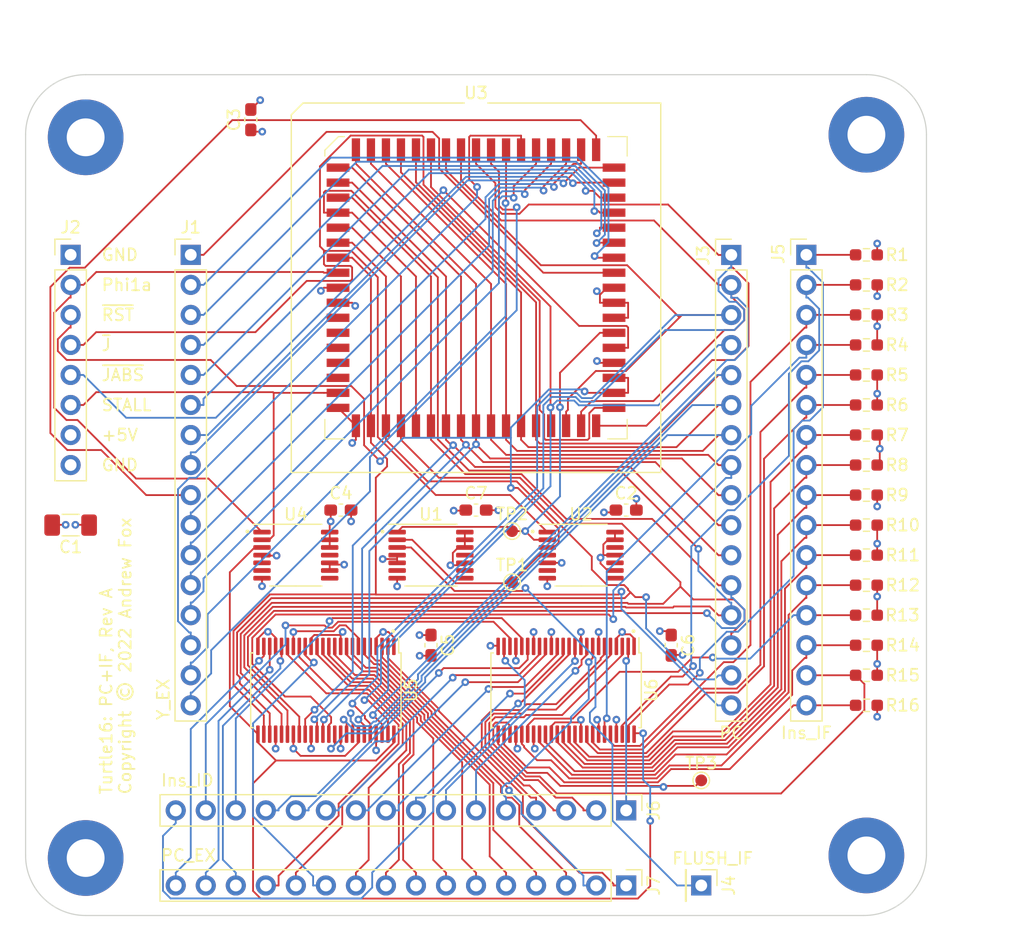
<source format=kicad_pcb>
(kicad_pcb (version 20241229) (generator "pcbnew") (generator_version "9.0")
  (title_block (title "Turtle16: PC + IF") (date "2022-04-14") (rev "A") (comment 4 "Program Counter and Instruction Fetch"))
  (layers (0 "F.Cu" signal) (4 "In1.Cu" power) (6 "In2.Cu" power) (2 "B.Cu" signal) (13 "F.Paste" user) (15 "B.Paste" user) (5 "F.SilkS" user "F.Silkscreen") (7 "B.SilkS" user "B.Silkscreen") (1 "F.Mask" user) (3 "B.Mask" user) (25 "Edge.Cuts" user))
  (net 0 "")
  (net 1 "GND")
  (net 2 "VCC")
  (net 3 "/IF/Phi1a")
  (net 4 "/IF/~{RST_sync}")
  (net 5 "/IF/~{J}")
  (net 6 "/IF/~{JABS}")
  (net 7 "/IF/STALL")
  (net 8 "/IF/FLUSH_IF")
  (net 9 "/IF/Ins_IF0")
  (net 10 "/IF/Ins_IF1")
  (net 11 "/IF/Ins_IF2")
  (net 12 "/IF/Ins_IF3")
  (net 13 "/IF/Ins_IF4")
  (net 14 "/IF/Ins_IF5")
  (net 15 "/IF/Ins_IF6")
  (net 16 "/IF/Ins_IF7")
  (net 17 "/IF/Ins_IF8")
  (net 18 "/IF/Ins_IF9")
  (net 19 "/IF/Ins_IF10")
  (net 20 "/IF/Ins_IF11")
  (net 21 "/IF/Ins_IF12")
  (net 22 "/IF/Ins_IF13")
  (net 23 "/IF/Ins_IF14")
  (net 24 "/IF/Ins_IF15")
  (net 25 "Net-(TP1-Pad1)")
  (net 26 "Net-(TP2-Pad1)")
  (net 39 "/IF/Y_EX0")
  (net 40 "/IF/Y_EX1")
  (net 41 "/IF/Y_EX2")
  (net 42 "/IF/Y_EX3")
  (net 43 "/IF/Y_EX4")
  (net 44 "/IF/Y_EX5")
  (net 45 "/IF/Y_EX6")
  (net 46 "/IF/Y_EX7")
  (net 47 "/IF/Y_EX8")
  (net 48 "/IF/Y_EX9")
  (net 49 "/IF/Y_EX10")
  (net 50 "/IF/Y_EX11")
  (net 51 "/IF/Y_EX12")
  (net 52 "/IF/Y_EX13")
  (net 53 "/IF/Y_EX14")
  (net 54 "/IF/Y_EX15")
  (net 55 "Net-(TP3-Pad1)")
  (net 57 "/IF/PC_EX0")
  (net 58 "/IF/PC_EX1")
  (net 59 "/IF/PC_EX2")
  (net 60 "/IF/PC_EX3")
  (net 61 "/IF/PC_EX4")
  (net 62 "/IF/PC_EX5")
  (net 63 "/IF/PC_EX6")
  (net 64 "/IF/PC_EX7")
  (net 65 "/IF/PC_EX8")
  (net 66 "/IF/PC_EX9")
  (net 67 "/IF/PC_EX10")
  (net 68 "/IF/PC_EX11")
  (net 69 "/IF/PC_EX12")
  (net 70 "/IF/PC_EX13")
  (net 71 "/IF/PC_EX14")
  (net 72 "/IF/PC_EX15")
  (net 73 "/IF/Ins_ID0")
  (net 74 "/IF/Ins_ID1")
  (net 75 "/IF/Ins_ID2")
  (net 76 "/IF/Ins_ID3")
  (net 77 "/IF/Ins_ID4")
  (net 78 "/IF/Ins_ID5")
  (net 79 "/IF/Ins_ID6")
  (net 80 "/IF/Ins_ID7")
  (net 81 "/IF/Ins_ID8")
  (net 82 "/IF/Ins_ID9")
  (net 83 "/IF/Ins_ID10")
  (net 84 "/IF/Ins_ID11")
  (net 85 "/IF/Ins_ID12")
  (net 86 "/IF/Ins_ID13")
  (net 87 "/IF/Ins_ID14")
  (net 88 "/IF/Ins_ID15")
  (net 91 "/IF/sheet5FE3DA15/PC14")
  (net 92 "/IF/sheet5FE3DA15/PC13")
  (net 93 "/IF/sheet5FE3DA15/PC8")
  (net 94 "/IF/sheet5FE3DA15/PC9")
  (net 95 "/IF/sheet5FE3DA15/PC11")
  (net 96 "/IF/sheet5FE3DA15/PC10")
  (net 97 "/IF/sheet5FE3DA15/PC0")
  (net 98 "/IF/sheet5FE3DA15/PC1")
  (net 99 "/IF/sheet5FE3DA15/PC2")
  (net 100 "/IF/sheet5FE3DA15/PC3")
  (net 101 "/IF/sheet5FE3DA15/PC4")
  (net 102 "/IF/sheet5FE3DA15/PC5")
  (net 103 "/IF/sheet5FE3DA15/PC6")
  (net 104 "/IF/sheet5FE3DA15/PC7")
  (net 105 "/IF/sheet5FE3DA15/PC12")
  (net 106 "/IF/sheet5FE3DA15/PC15")
  (footprint "Package_SO:TSSOP-48_6.1x12.5mm_P0.5mm" (layer "F.Cu") (at 123.19 111.76 -90)
    (property "Reference" "U5")
    (property "Value" "74ABT16374")
  )
  (footprint "MountingHole:MountingHole_3.2mm_M3_Pad" (layer "F.Cu") (at 168.91 64.77)
    (property "Reference" "H3" (hide yes))
    (property "Value" "MountingHole_Pad")
  )
  (footprint "Resistor_SMD:R_0603_1608Metric_Pad0.98x0.95mm_HandSolder" (layer "F.Cu") (at 168.91 74.93)
    (property "Reference" "R1")
    (property "Value" "10K")
  )
  (footprint "Resistor_SMD:R_0603_1608Metric_Pad0.98x0.95mm_HandSolder" (layer "F.Cu") (at 168.91 80.01)
    (property "Reference" "R3")
    (property "Value" "10K")
  )
  (footprint "Package_SO:TSSOP-14_4.4x5mm_P0.65mm" (layer "F.Cu") (at 144.78 100.33)
    (property "Reference" "U2")
    (property "Value" "74AHCT04")
  )
  (footprint "Connector_PinHeader_2.54mm:PinHeader_1x16_P2.54mm_Vertical" (layer "F.Cu") (at 148.59 121.92 -90)
    (property "Reference" "J6")
    (property "Value" "Ins_ID")
  )
  (footprint "MountingHole:MountingHole_3.2mm_M3_Pad" (layer "F.Cu") (at 102.87 64.9879)
    (property "Reference" "H1" (hide yes))
    (property "Value" "MountingHole_Pad")
  )
  (footprint "Resistor_SMD:R_0603_1608Metric_Pad0.98x0.95mm_HandSolder" (layer "F.Cu") (at 168.91 82.55)
    (property "Reference" "R4")
    (property "Value" "10K")
  )
  (footprint "Package_SO:TSSOP-14_4.4x5mm_P0.65mm" (layer "F.Cu") (at 132.08 100.33)
    (property "Reference" "U1")
    (property "Value" "74ABT32")
  )
  (footprint "MountingHole:MountingHole_3.2mm_M3_Pad" (layer "F.Cu") (at 102.87 125.9479)
    (property "Reference" "H2" (hide yes))
    (property "Value" "MountingHole_Pad")
  )
  (footprint "Resistor_SMD:R_0603_1608Metric_Pad0.98x0.95mm_HandSolder" (layer "F.Cu") (at 168.91 113.03)
    (property "Reference" "R16")
    (property "Value" "10K")
  )
  (footprint "Resistor_SMD:R_0603_1608Metric_Pad0.98x0.95mm_HandSolder" (layer "F.Cu") (at 168.91 95.25)
    (property "Reference" "R9")
    (property "Value" "10K")
  )
  (footprint "Package_SO:TSSOP-14_4.4x5mm_P0.65mm" (layer "F.Cu") (at 120.65 100.33)
    (property "Reference" "U4")
    (property "Value" "74ABT32")
  )
  (footprint "Connector_PinHeader_2.54mm:PinHeader_1x16_P2.54mm_Vertical" (layer "F.Cu") (at 157.48 74.94)
    (property "Reference" "J3")
    (property "Value" "PC")
  )
  (footprint "Connector_PinHeader_2.54mm:PinHeader_1x01_P2.54mm_Vertical" (layer "F.Cu") (at 154.94 128.27 -90)
    (property "Reference" "J4")
    (property "Value" "FLUSH_IF")
  )
  (footprint "Connector_PinHeader_2.54mm:PinHeader_1x16_P2.54mm_Vertical" (layer "F.Cu") (at 148.59 128.27 -90)
    (property "Reference" "J7")
    (property "Value" "PC_EX")
  )
  (footprint "Resistor_SMD:R_0603_1608Metric_Pad0.98x0.95mm_HandSolder" (layer "F.Cu") (at 168.91 87.63)
    (property "Reference" "R6")
    (property "Value" "10K")
  )
  (footprint "Connector_PinHeader_2.54mm:PinHeader_1x08_P2.54mm_Vertical" (layer "F.Cu") (at 101.6 74.93)
    (property "Reference" "J2")
    (property "Value" "Control Signals")
  )
  (footprint "Resistor_SMD:R_0603_1608Metric_Pad0.98x0.95mm_HandSolder" (layer "F.Cu") (at 168.91 90.17)
    (property "Reference" "R7")
    (property "Value" "10K")
  )
  (footprint "Resistor_SMD:R_0603_1608Metric_Pad0.98x0.95mm_HandSolder" (layer "F.Cu") (at 168.91 97.79)
    (property "Reference" "R10")
    (property "Value" "10K")
  )
  (footprint "Resistor_SMD:R_0603_1608Metric_Pad0.98x0.95mm_HandSolder" (layer "F.Cu") (at 168.91 102.87)
    (property "Reference" "R12")
    (property "Value" "10K")
  )
  (footprint "Resistor_SMD:R_0603_1608Metric_Pad0.98x0.95mm_HandSolder" (layer "F.Cu") (at 168.91 85.09)
    (property "Reference" "R5")
    (property "Value" "10K")
  )
  (footprint "Resistor_SMD:R_0603_1608Metric_Pad0.98x0.95mm_HandSolder" (layer "F.Cu") (at 168.91 77.47)
    (property "Reference" "R2")
    (property "Value" "10K")
  )
  (footprint "Connector_PinHeader_2.54mm:PinHeader_1x16_P2.54mm_Vertical" (layer "F.Cu") (at 163.83 74.93)
    (property "Reference" "J5")
    (property "Value" "Ins_IF")
  )
  (footprint "Resistor_SMD:R_0603_1608Metric_Pad0.98x0.95mm_HandSolder" (layer "F.Cu") (at 168.91 100.33)
    (property "Reference" "R11")
    (property "Value" "10K")
  )
  (footprint "Resistor_SMD:R_0603_1608Metric_Pad0.98x0.95mm_HandSolder" (layer "F.Cu") (at 168.91 105.41)
    (property "Reference" "R13")
    (property "Value" "10K")
  )
  (footprint "TestPoint:TestPoint_Pad_D1.0mm" (layer "F.Cu") (at 138.938 98.298)
    (property "Reference" "TP2")
    (property "Value" "RS1")
  )
  (footprint "Resistor_SMD:R_0603_1608Metric_Pad0.98x0.95mm_HandSolder" (layer "F.Cu") (at 168.91 110.49)
    (property "Reference" "R15")
    (property "Value" "10K")
  )
  (footprint "Capacitor_SMD:C_0603_1608Metric_Pad1.08x0.95mm_HandSolder" (layer "F.Cu") (at 132.08 107.95 -90)
    (property "Reference" "C5")
    (property "Value" "100nF")
  )
  (footprint "Connector_PinHeader_2.54mm:PinHeader_1x16_P2.54mm_Vertical" (layer "F.Cu") (at 111.76 74.93)
    (property "Reference" "J1")
    (property "Value" "Y_EX")
  )
  (footprint "Capacitor_SMD:C_0603_1608Metric_Pad1.08x0.95mm_HandSolder" (layer "F.Cu") (at 135.89 96.52)
    (property "Reference" "C7")
    (property "Value" "100nF")
  )
  (footprint "TestPoint:TestPoint_Pad_D1.0mm" (layer "F.Cu") (at 138.938 102.616)
    (property "Reference" "TP1")
    (property "Value" "TP")
  )
  (footprint "Capacitor_SMD:C_0603_1608Metric_Pad1.08x0.95mm_HandSolder" (layer "F.Cu") (at 148.59 96.52)
    (property "Reference" "C2")
    (property "Value" "100nF")
  )
  (footprint "Capacitor_SMD:C_0603_1608Metric_Pad1.08x0.95mm_HandSolder" (layer "F.Cu") (at 124.46 96.52)
    (property "Reference" "C4")
    (property "Value" "100nF")
  )
  (footprint "Resistor_SMD:R_0603_1608Metric_Pad0.98x0.95mm_HandSolder" (layer "F.Cu") (at 168.91 92.71)
    (property "Reference" "R8")
    (property "Value" "10K")
  )
  (footprint "Package_SO:TSSOP-48_6.1x12.5mm_P0.5mm" (layer "F.Cu") (at 143.51 111.76 -90)
    (property "Reference" "U6")
    (property "Value" "74ABT16374")
  )
  (footprint "TestPoint:TestPoint_Pad_D1.0mm" (layer "F.Cu") (at 154.94 119.38)
    (property "Reference" "TP3")
    (property "Value" "CLK")
  )
  (footprint "Capacitor_SMD:C_0603_1608Metric_Pad1.08x0.95mm_HandSolder" (layer "F.Cu") (at 152.4 107.95 -90)
    (property "Reference" "C6")
    (property "Value" "100nF")
  )
  (footprint "MountingHole:MountingHole_3.2mm_M3_Pad" (layer "F.Cu") (at 168.91 125.73)
    (property "Reference" "H4" (hide yes))
    (property "Value" "MountingHole_Pad")
  )
  (footprint "Package_LCC:PLCC-68_SMD-Socket" (layer "F.Cu") (at 135.89 77.7125)
    (property "Reference" "U3")
    (property "Value" "IDT7381")
  )
  (footprint "Resistor_SMD:R_0603_1608Metric_Pad0.98x0.95mm_HandSolder" (layer "F.Cu") (at 168.91 107.95)
    (property "Reference" "R14")
    (property "Value" "10K")
  )
  (footprint "Capacitor_SMD:C_1206_3216Metric_Pad1.33x1.80mm_HandSolder" (layer "F.Cu") (at 101.6 97.79 180)
    (property "Reference" "C1")
    (property "Value" "100µF")
  )
  (footprint "Capacitor_SMD:C_0603_1608Metric_Pad1.08x0.95mm_HandSolder" (layer "F.Cu") (at 116.84 63.5 90)
    (property "Reference" "C3")
    (property "Value" "100nF")
  )
  (gr_line (start 97.790002 64.769998) (end 97.790002 125.729998) (stroke (width 0.1)) (layer "Edge.Cuts"))
  (gr_arc (start 168.910004 59.689998) (mid 172.502105 61.177897) (end 173.990004 64.769998) (stroke (width 0.1)) (layer "Edge.Cuts"))
  (gr_arc (start 97.790002 64.769998) (mid 99.2779 61.177898) (end 102.870002 59.689998) (stroke (width 0.1)) (layer "Edge.Cuts"))
  (gr_line (start 168.910004 59.689998) (end 102.870002 59.689998) (stroke (width 0.1)) (layer "Edge.Cuts"))
  (gr_arc (start 102.870002 130.809998) (mid 99.277899 129.322101) (end 97.790002 125.729998) (stroke (width 0.1)) (layer "Edge.Cuts"))
  (gr_line (start 168.692104 130.809998) (end 102.870002 130.809998) (stroke (width 0.1)) (layer "Edge.Cuts"))
  (gr_arc (start 173.99 125.729998) (mid 172.362051 129.334791) (end 168.692104 130.809998) (stroke (width 0.1)) (layer "Edge.Cuts"))
  (gr_line (start 173.990004 64.769998) (end 173.99 125.729998) (stroke (width 0.1)) (layer "Edge.Cuts"))
  (gr_text "Turtle16: PC+IF, Rev A\nCopyright © 2022 Andrew Fox" (at 105.41 120.65 90) (layer "F.SilkS") (effects (font (size 1 1)) (justify left)))
  (gr_text "STALL" (at 104.14 87.63 0) (layer "F.SilkS") (effects (font (size 1 1)) (justify left)))
  (gr_text "+5V" (at 104.14 90.17 0) (layer "F.SilkS") (effects (font (size 1 1)) (justify left)))
  (gr_text "GND" (at 104.14 92.71 0) (layer "F.SilkS") (effects (font (size 1 1)) (justify left)))
  (gr_text "~{JABS}" (at 104.14 85.09 0) (layer "F.SilkS") (effects (font (size 1 1)) (justify left)))
  (gr_text "Phi1a" (at 104.14 77.47 0) (layer "F.SilkS") (effects (font (size 1 1)) (justify left)))
  (gr_text "~{J}" (at 104.14 82.55 0) (layer "F.SilkS") (effects (font (size 1 1)) (justify left)))
  (gr_text "GND" (at 104.14 74.93 0) (layer "F.SilkS") (effects (font (size 1 1)) (justify left)))
  (gr_text "~{RST}" (at 104.14 80.01 0) (layer "F.SilkS") (effects (font (size 1 1)) (justify left)))
  (segment (start 169.8225 102.87) (end 169.8225 103.8292) (width 0.1524) (layer "F.Cu") (net 1))
  (segment (start 169.8225 99.3567) (end 169.8225 97.79) (width 0.1524) (layer "F.Cu") (net 1))
  (segment (start 137.1087 107.9936) (end 137.7061 107.9936) (width 0.1524) (layer "F.Cu") (net 1))
  (segment (start 121.94 115.4725) (end 121.94 116.6923) (width 0.1524) (layer "F.Cu") (net 1))
  (segment (start 144.76 114.4737) (end 142.5781 114.4737) (width 0.1524) (layer "F.Cu") (net 1))
  (segment (start 148.2453 106.8291) (end 148.2453 107.0252) (width 0.1524) (layer "F.Cu") (net 1))
  (segment (start 118.2851 106.811) (end 118.4375 106.811) (width 0.1524) (layer "F.Cu") (net 1))
  (segment (start 125.73 89.385) (end 125.73 90.5764) (width 0.1524) (layer "F.Cu") (net 1))
  (segment (start 147.76 107.3646) (end 148.0994 107.0252) (width 0.1524) (layer "F.Cu") (net 1))
  (segment (start 149.4525 95.5554) (end 149.4525 96.52) (width 0.1524) (layer "F.Cu") (net 1))
  (segment (start 144.76 115.4725) (end 144.76 114.4737) (width 0.1524) (layer "F.Cu") (net 1))
  (segment (start 169.8225 109.5296) (end 169.8225 107.95) (width 0.1524) (layer "F.Cu") (net 1))
  (segment (start 169.8225 95.25) (end 169.8225 96.2092) (width 0.1524) (layer "F.Cu") (net 1))
  (segment (start 170.0387 92.4938) (end 170.0387 91.3265) (width 0.1524) (layer "F.Cu") (net 1))
  (segment (start 124.44 115.4725) (end 124.44 116.6922) (width 0.1524) (layer "F.Cu") (net 1))
  (segment (start 125.4158 90.8395) (end 125.6789 90.5764) (width 0.1524) (layer "F.Cu") (net 1))
  (segment (start 136.7674 96.5349) (end 136.7525 96.52) (width 0.1524) (layer "F.Cu") (net 1))
  (segment (start 128.0307 106.8302) (end 128.4809 106.8302) (width 0.1524) (layer "F.Cu") (net 1))
  (segment (start 124.44 107.0807) (end 122.2127 107.0807) (width 0.1524) (layer "F.Cu") (net 1))
  (segment (start 127.44 108.0475) (end 127.44 107.3519) (width 0.1524) (layer "F.Cu") (net 1))
  (segment (start 169.8225 113.9994) (end 169.8225 113.03) (width 0.1524) (layer "F.Cu") (net 1))
  (segment (start 129.2175 102.28) (end 129.2175 102.9686) (width 0.1524) (layer "F.Cu") (net 1))
  (segment (start 146.1195 83.9099) (end 146.2185 83.9099) (width 0.1524) (layer "F.Cu") (net 1))
  (segment (start 125.6789 90.5764) (end 125.73 90.5764) (width 0.1524) (layer "F.Cu") (net 1))
  (segment (start 137.7061 107.9936) (end 137.76 108.0475) (width 0.1524) (layer "F.Cu") (net 1))
  (segment (start 148.9151 107.0252) (end 149.26 107.3701) (width 0.1524) (layer "F.Cu") (net 1))
  (segment (start 127.44 116.8434) (end 127.44 115.4725) (width 0.1524) (layer "F.Cu") (net 1))
  (segment (start 124.44 108.0475) (end 124.44 107.0807) (width 0.1524) (layer "F.Cu") (net 1))
  (segment (start 153.3585 108.7682) (end 152.4443 108.7682) (width 0.1524) (layer "F.Cu") (net 1))
  (segment (start 124.2175 78.9825) (end 125.4089 78.9825) (width 0.1524) (layer "F.Cu") (net 1))
  (segment (start 148.2453 107.0252) (end 148.9151 107.0252) (width 0.1524) (layer "F.Cu") (net 1))
  (segment (start 148.0994 107.0252) (end 148.2453 107.0252) (width 0.1524) (layer "F.Cu") (net 1))
  (segment (start 117.7875 102.9605) (end 117.7875 102.28) (width 0.1524) (layer "F.Cu") (net 1))
  (segment (start 128.94 107.2893) (end 128.94 108.0475) (width 0.1524) (layer "F.Cu") (net 1))
  (segment (start 100.0639 97.7636) (end 100.0375 97.79) (width 0.1524) (layer "F.Cu") (net 1))
  (segment (start 149.26 107.3701) (end 149.26 108.0475) (width 0.1524) (layer "F.Cu") (net 1))
  (segment (start 101.1792 97.7636) (end 100.0639 97.7636) (width 0.1524) (layer "F.Cu") (net 1))
  (segment (start 122.2127 107.0807) (end 121.94 107.3534) (width 0.1524) (layer "F.Cu") (net 1))
  (segment (start 139.26 108.0475) (end 139.26 109.2668) (width 0.1524) (layer "F.Cu") (net 1))
  (segment (start 142.5781 114.4737) (end 142.26 114.7918) (width 0.1524) (layer "F.Cu") (net 1))
  (segment (start 124.44 106.9943) (end 124.612 106.8223) (width 0.1524) (layer "F.Cu") (net 1))
  (segment (start 117.44 108.0475) (end 117.44 107.376) (width 0.1524) (layer "F.Cu") (net 1))
  (segment (start 127.44 107.3519) (end 127.9617 106.8302) (width 0.1524) (layer "F.Cu") (net 1))
  (segment (start 118.4375 106.811) (end 118.94 107.3135) (width 0.1524) (layer "F.Cu") (net 1))
  (segment (start 146.2185 83.9099) (end 146.3711 84.0625) (width 0.1524) (layer "F.Cu") (net 1))
  (segment (start 169.8225 80.01) (end 169.8225 80.9692) (width 0.1524) (layer "F.Cu") (net 1))
  (segment (start 117.44 107.376) (end 118.005 106.811) (width 0.1524) (layer "F.Cu") (net 1))
  (segment (start 169.8225 73.9731) (end 169.8225 74.93) (width 0.1524) (layer "F.Cu") (net 1))
  (segment (start 125.3225 97.4756) (end 125.3225 96.52) (width 0.1524) (layer "F.Cu") (net 1))
  (segment (start 118.005 106.811) (end 118.2851 106.811) (width 0.1524) (layer "F.Cu") (net 1))
  (segment (start 125.4089 78.9825) (end 125.6705 79.2441) (width 0.1524) (layer "F.Cu") (net 1))
  (segment (start 169.8225 103.8292) (end 169.8225 105.41) (width 0.1524) (layer "F.Cu") (net 1))
  (segment (start 117.6335 61.844) (end 116.84 62.6375) (width 0.1524) (layer "F.Cu") (net 1))
  (segment (start 147.76 114.2451) (end 147.76 115.4725) (width 0.1524) (layer "F.Cu") (net 1))
  (segment (start 169.8225 87.63) (end 169.8225 86.6708) (width 0.1524) (layer "F.Cu") (net 1))
  (segment (start 170.0387 90.3862) (end 169.8225 90.17) (width 0.1524) (layer "F.Cu") (net 1))
  (segment (start 142.26 114.7918) (end 142.26 115.4725) (width 0.1524) (layer "F.Cu") (net 1))
  (segment (start 118.94 115.4725) (end 118.94 116.6975) (width 0.1524) (layer "F.Cu") (net 1))
  (segment (start 169.8225 100.33) (end 169.8225 99.3567) (width 0.1524) (layer "F.Cu") (net 1))
  (segment (start 139.26 115.4725) (end 139.26 116.5705) (width 0.1524) (layer "F.Cu") (net 1))
  (segment (start 144.76 108.0475) (end 144.76 106.8256) (width 0.1524) (layer "F.Cu") (net 1))
  (segment (start 121.94 107.3534) (end 121.94 108.0475) (width 0.1524) (layer "F.Cu") (net 1))
  (segment (start 169.8225 77.47) (end 169.8225 78.4236) (width 0.1524) (layer "F.Cu") (net 1))
  (segment (start 147.5625 84.0625) (end 146.3711 84.0625) (width 0.1524) (layer "F.Cu") (net 1))
  (segment (start 125.73 89.385) (end 124.2175 87.8725) (width 0.1524) (layer "F.Cu") (net 1))
  (segment (start 132.0536 108.8389) (end 131.122 108.8389) (width 0.1524) (layer "F.Cu") (net 1))
  (segment (start 128.4809 106.8302) (end 128.94 107.2893) (width 0.1524) (layer "F.Cu") (net 1))
  (segment (start 124.44 107.0807) (end 124.44 106.9943) (width 0.1524) (layer "F.Cu") (net 1))
  (segment (start 152.4443 108.7682) (end 152.4 108.8125) (width 0.1524) (layer "F.Cu") (net 1))
  (segment (start 137.7754 96.5349) (end 136.7674 96.5349) (width 0.1524) (layer "F.Cu") (net 1))
  (segment (start 169.8225 86.6708) (end 169.8225 85.09) (width 0.1524) (layer "F.Cu") (net 1))
  (segment (start 169.8225 92.71) (end 170.0387 92.4938) (width 0.1524) (layer "F.Cu") (net 1))
  (segment (start 127.9617 106.8302) (end 128.0307 106.8302) (width 0.1524) (layer "F.Cu") (net 1))
  (segment (start 170.0387 91.3265) (end 170.0387 90.3862) (width 0.1524) (layer "F.Cu") (net 1))
  (segment (start 169.8225 80.9692) (end 169.8225 82.55) (width 0.1524) (layer "F.Cu") (net 1))
  (segment (start 169.8225 110.49) (end 169.8225 109.5296) (width 0.1524) (layer "F.Cu") (net 1))
  (segment (start 118.94 107.3135) (end 118.94 108.0475) (width 0.1524) (layer "F.Cu") (net 1))
  (segment (start 144.76 114.4737) (end 144.76 114.2561) (width 0.1524) (layer "F.Cu") (net 1))
  (segment (start 132.08 108.8125) (end 132.0536 108.8389) (width 0.1524) (layer "F.Cu") (net 1))
  (segment (start 141.9175 102.28) (end 141.9175 102.9602) (width 0.1524) (layer "F.Cu") (net 1))
  (segment (start 139.26 116.5705) (end 139.3878 116.6983) (width 0.1524) (layer "F.Cu") (net 1))
  (segment (start 147.76 108.0475) (end 147.76 107.3646) (width 0.1524) (layer "F.Cu") (net 1))
  (segment (start 142.26 108.0475) (end 142.26 106.8291) (width 0.1524) (layer "F.Cu") (net 1))
  (via (at 128.0307 106.8302) (size 0.65) (drill 0.3) (layers "F.Cu" "B.Cu") (net 1))
  (via (at 144.76 106.8256) (size 0.65) (drill 0.3) (layers "F.Cu" "B.Cu") (net 1))
  (via (at 169.8225 78.4236) (size 0.65) (drill 0.3) (layers "F.Cu" "B.Cu") (net 1))
  (via (at 131.122 108.8389) (size 0.65) (drill 0.3) (layers "F.Cu" "B.Cu") (net 1))
  (via (at 118.2851 106.811) (size 0.65) (drill 0.3) (layers "F.Cu" "B.Cu") (net 1))
  (via (at 125.6705 79.2441) (size 0.65) (drill 0.3) (layers "F.Cu" "B.Cu") (net 1))
  (via (at 121.94 116.6923) (size 0.65) (drill 0.3) (layers "F.Cu" "B.Cu") (net 1))
  (via (at 141.9175 102.9602) (size 0.65) (drill 0.3) (layers "F.Cu" "B.Cu") (net 1))
  (via (at 101.1792 97.7636) (size 0.65) (drill 0.3) (layers "F.Cu" "B.Cu") (net 1))
  (via (at 118.94 116.6975) (size 0.65) (drill 0.3) (layers "F.Cu" "B.Cu") (net 1))
  (via (at 169.8225 113.9994) (size 0.65) (drill 0.3) (layers "F.Cu" "B.Cu") (net 1))
  (via (at 124.612 106.8223) (size 0.65) (drill 0.3) (layers "F.Cu" "B.Cu") (net 1))
  (via (at 153.3585 108.7682) (size 0.65) (drill 0.3) (layers "F.Cu" "B.Cu") (net 1))
  (via (at 129.2175 102.9686) (size 0.65) (drill 0.3) (layers "F.Cu" "B.Cu") (net 1))
  (via (at 169.8225 80.9692) (size 0.65) (drill 0.3) (layers "F.Cu" "B.Cu") (net 1))
  (via (at 169.8225 109.5296) (size 0.65) (drill 0.3) (layers "F.Cu" "B.Cu") (net 1))
  (via (at 139.26 109.2668) (size 0.65) (drill 0.3) (layers "F.Cu" "B.Cu") (net 1))
  (via (at 170.0387 91.3265) (size 0.65) (drill 0.3) (layers "F.Cu" "B.Cu") (net 1))
  (via (at 146.1195 83.9099) (size 0.65) (drill 0.3) (layers "F.Cu" "B.Cu") (net 1))
  (via (at 124.44 116.6922) (size 0.65) (drill 0.3) (layers "F.Cu" "B.Cu") (net 1))
  (via (at 137.1087 107.9936) (size 0.65) (drill 0.3) (layers "F.Cu" "B.Cu") (net 1))
  (via (at 125.3225 97.4756) (size 0.65) (drill 0.3) (layers "F.Cu" "B.Cu") (net 1))
  (via (at 125.4158 90.8395) (size 0.65) (drill 0.3) (layers "F.Cu" "B.Cu") (net 1))
  (via (at 148.2453 106.8291) (size 0.65) (drill 0.3) (layers "F.Cu" "B.Cu") (net 1))
  (via (at 169.8225 99.3567) (size 0.65) (drill 0.3) (layers "F.Cu" "B.Cu") (net 1))
  (via (at 127.44 116.8434) (size 0.65) (drill 0.3) (layers "F.Cu" "B.Cu") (net 1))
  (via (at 117.6335 61.844) (size 0.65) (drill 0.3) (layers "F.Cu" "B.Cu") (net 1))
  (via (at 149.4525 95.5554) (size 0.65) (drill 0.3) (layers "F.Cu" "B.Cu") (net 1))
  (via (at 139.3878 116.6983) (size 0.65) (drill 0.3) (layers "F.Cu" "B.Cu") (net 1))
  (via (at 169.8225 86.6708) (size 0.65) (drill 0.3) (layers "F.Cu" "B.Cu") (net 1))
  (via (at 142.26 106.8291) (size 0.65) (drill 0.3) (layers "F.Cu" "B.Cu") (net 1))
  (via (at 169.8225 103.8292) (size 0.65) (drill 0.3) (layers "F.Cu" "B.Cu") (net 1))
  (via (at 169.8225 73.9731) (size 0.65) (drill 0.3) (layers "F.Cu" "B.Cu") (net 1))
  (via (at 169.8225 96.2092) (size 0.65) (drill 0.3) (layers "F.Cu" "B.Cu") (net 1))
  (via (at 147.76 114.2451) (size 0.65) (drill 0.3) (layers "F.Cu" "B.Cu") (net 1))
  (via (at 144.76 114.2561) (size 0.65) (drill 0.3) (layers "F.Cu" "B.Cu") (net 1))
  (via (at 117.7875 102.9605) (size 0.65) (drill 0.3) (layers "F.Cu" "B.Cu") (net 1))
  (via (at 137.7754 96.5349) (size 0.65) (drill 0.3) (layers "F.Cu" "B.Cu") (net 1))
  (segment (start 146.9668 77.7125) (end 146.4127 78.2666) (width 0.1524) (layer "F.Cu") (net 2))
  (segment (start 123.5975 96.52) (end 123.5975 97.4769) (width 0.1524) (layer "F.Cu") (net 2))
  (segment (start 123.5975 97.4769) (end 123.5125 97.5619) (width 0.1524) (layer "F.Cu") (net 2))
  (segment (start 120.44 108.0475) (end 120.44 106.8306) (width 0.1524) (layer "F.Cu") (net 2))
  (segment (start 123.5125 99.68) (end 123.5125 99.03) (width 0.1524) (layer "F.Cu") (net 2))
  (segment (start 129.2175 100.33) (end 129.2175 100.6591) (width 0.1524) (layer "F.Cu") (net 2))
  (segment (start 146.657 100.33) (end 147.6425 100.33) (width 0.1524) (layer "F.Cu") (net 2))
  (segment (start 123.8601 106.766) (end 124.3578 106.2683) (width 0.1524) (layer "F.Cu") (net 2))
  (segment (start 146.3711 78.2666) (end 146.1082 78.0037) (width 0.1524) (layer "F.Cu") (net 2))
  (segment (start 146.4127 78.2666) (end 146.3711 78.2666) (width 0.1524) (layer "F.Cu") (net 2))
  (segment (start 148.7539 80.2525) (end 148.7539 78.9825) (width 0.1524) (layer "F.Cu") (net 2))
  (segment (start 125.94 107.3364) (end 125.94 108.0475) (width 0.1524) (layer "F.Cu") (net 2))
  (segment (start 124.3578 106.2683) (end 124.8719 106.2683) (width 0.1524) (layer "F.Cu") (net 2))
  (segment (start 146.657 100.33) (end 146.657 99.4269) (width 0.1524) (layer "F.Cu") (net 2))
  (segment (start 124.8719 106.2683) (end 125.94 107.3364) (width 0.1524) (layer "F.Cu") (net 2))
  (segment (start 133.7246 101.1872) (end 133.9265 101.1872) (width 0.1524) (layer "F.Cu") (net 2))
  (segment (start 146.4189 100.5383) (end 146.6272 100.33) (width 0.1524) (layer "F.Cu") (net 2))
  (segment (start 102.0016 97.7636) (end 103.1361 97.7636) (width 0.1524) (layer "F.Cu") (net 2))
  (segment (start 121.0517 117.3084) (end 124.8175 117.3084) (width 0.1524) (layer "F.Cu") (net 2))
  (segment (start 146.657 99.4269) (end 147.0539 99.03) (width 0.1524) (layer "F.Cu") (net 2))
  (segment (start 117.8073 64.5099) (end 116.9874 64.5099) (width 0.1524) (layer "F.Cu") (net 2))
  (segment (start 146.3711 78.2666) (end 146.3711 78.9825) (width 0.1524) (layer "F.Cu") (net 2))
  (segment (start 147.0539 99.03) (end 147.6425 99.03) (width 0.1524) (layer "F.Cu") (net 2))
  (segment (start 147.0159 101.63) (end 146.4189 101.033) (width 0.1524) (layer "F.Cu") (net 2))
  (segment (start 123.5125 97.5619) (end 123.5125 98.38) (width 0.1524) (layer "F.Cu") (net 2))
  (segment (start 120.44 115.4725) (end 120.44 116.6967) (width 0.1524) (layer "F.Cu") (net 2))
  (segment (start 103.1361 97.7636) (end 103.1625 97.79) (width 0.1524) (layer "F.Cu") (net 2))
  (segment (start 146.26 106.8286) (end 146.26 108.0475) (width 0.1524) (layer "F.Cu") (net 2))
  (segment (start 127.995 100.6591) (end 129.2175 100.6591) (width 0.1524) (layer "F.Cu") (net 2))
  (segment (start 134.9819 96.5656) (end 135.0275 96.52) (width 0.1524) (layer "F.Cu") (net 2))
  (segment (start 146.26 114.3776) (end 146.26 115.4725) (width 0.1524) (layer "F.Cu") (net 2))
  (segment (start 124.7364 101.1316) (end 123.5125 101.1316) (width 0.1524) (layer "F.Cu") (net 2))
  (segment (start 146.4189 101.033) (end 146.4189 100.5383) (width 0.1524) (layer "F.Cu") (net 2))
  (segment (start 147.5625 78.9825) (end 146.3711 78.9825) (width 0.1524) (layer "F.Cu") (net 2))
  (segment (start 146.7105 96.7144) (end 147.5331 96.7144) (width 0.1524) (layer "F.Cu") (net 2))
  (segment (start 134.9425 99.03) (end 134.9425 98.38) (width 0.1524) (layer "F.Cu") (net 2))
  (segment (start 131.1072 107.0921) (end 132.0754 107.0921) (width 0.1524) (layer "F.Cu") (net 2))
  (segment (start 147.5625 77.7125) (end 146.9668 77.7125) (width 0.1524) (layer "F.Cu") (net 2))
  (segment (start 146.1315 114.2491) (end 146.26 114.3776) (width 0.1524) (layer "F.Cu") (net 2))
  (segment (start 117.7875 100.33) (end 117.7875 100.3707) (width 0.1524) (layer "F.Cu") (net 2))
  (segment (start 134.0004 96.5656) (end 134.9819 96.5656) (width 0.1524) (layer "F.Cu") (net 2))
  (segment (start 125.94 116.1859) (end 125.94 115.4725) (width 0.1524) (layer "F.Cu") (net 2))
  (segment (start 140.76 115.4725) (end 140.76 116.5989) (width 0.1524) (layer "F.Cu") (net 2))
  (segment (start 152.0709 106.7584) (end 152.4 107.0875) (width 0.1524) (layer "F.Cu") (net 2))
  (segment (start 123.5125 101.1316) (end 123.5125 100.98) (width 0.1524) (layer "F.Cu") (net 2))
  (segment (start 143.1349 100.98) (end 141.9175 100.98) (width 0.1524) (layer "F.Cu") (net 2))
  (segment (start 122.7657 77.9729) (end 123.0261 77.7125) (width 0.1524) (layer "F.Cu") (net 2))
  (segment (start 132.0754 107.0921) (end 132.08 107.0875) (width 0.1524) (layer "F.Cu") (net 2))
  (segment (start 119.0199 100.3707) (end 117.7875 100.3707) (width 0.1524) (layer "F.Cu") (net 2))
  (segment (start 117.7875 100.3707) (end 117.7875 100.98) (width 0.1524) (layer "F.Cu") (net 2))
  (segment (start 134.387 99.68) (end 134.9425 99.68) (width 0.1524) (layer "F.Cu") (net 2))
  (segment (start 146.6272 100.33) (end 146.657 100.33) (width 0.1524) (layer "F.Cu") (net 2))
  (segment (start 120.5046 106.766) (end 123.8601 106.766) (width 0.1524) (layer "F.Cu") (net 2))
  (segment (start 140.76 106.8294) (end 140.76 108.0475) (width 0.1524) (layer "F.Cu") (net 2))
  (segment (start 147.6425 101.63) (end 147.0159 101.63) (width 0.1524) (layer "F.Cu") (net 2))
  (segment (start 124.2175 77.7125) (end 123.0261 77.7125) (width 0.1524) (layer "F.Cu") (net 2))
  (segment (start 134.9425 101.1872) (end 134.9425 100.98) (width 0.1524) (layer "F.Cu") (net 2))
  (segment (start 147.5625 80.2525) (end 148.7539 80.2525) (width 0.1524) (layer "F.Cu") (net 2))
  (segment (start 133.9265 101.1872) (end 133.9265 100.1405) (width 0.1524) (layer "F.Cu") (net 2))
  (segment (start 120.44 116.6967) (end 121.0517 117.3084) (width 0.1524) (layer "F.Cu") (net 2))
  (segment (start 124.8175 117.3084) (end 125.94 116.1859) (width 0.1524) (layer "F.Cu") (net 2))
  (segment (start 140.76 116.5989) (end 140.8595 116.6984) (width 0.1524) (layer "F.Cu") (net 2))
  (segment (start 151.4362 106.7584) (end 152.0709 106.7584) (width 0.1524) (layer "F.Cu") (net 2))
  (segment (start 116.9874 64.5099) (end 116.84 64.3625) (width 0.1524) (layer "F.Cu") (net 2))
  (segment (start 120.44 106.8306) (end 120.5046 106.766) (width 0.1524) (layer "F.Cu") (net 2))
  (segment (start 133.9265 100.1405) (end 134.387 99.68) (width 0.1524) (layer "F.Cu") (net 2))
  (segment (start 134.9425 99.68) (end 134.9425 99.03) (width 0.1524) (layer "F.Cu") (net 2))
  (segment (start 134.9425 101.63) (end 134.9425 101.1872) (width 0.1524) (layer "F.Cu") (net 2))
  (segment (start 123.5125 101.63) (end 123.5125 101.1316) (width 0.1524) (layer "F.Cu") (net 2))
  (segment (start 133.9265 101.1872) (end 134.9425 101.1872) (width 0.1524) (layer "F.Cu") (net 2))
  (segment (start 129.2175 100.6591) (end 129.2175 100.98) (width 0.1524) (layer "F.Cu") (net 2))
  (segment (start 147.6425 99.03) (end 147.6425 98.38) (width 0.1524) (layer "F.Cu") (net 2))
  (segment (start 123.5125 99.03) (end 123.5125 98.38) (width 0.1524) (layer "F.Cu") (net 2))
  (segment (start 147.5331 96.7144) (end 147.7275 96.52) (width 0.1524) (layer "F.Cu") (net 2))
  (segment (start 147.5625 78.9825) (end 148.7539 78.9825) (width 0.1524) (layer "F.Cu") (net 2))
  (via (at 143.1349 100.98) (size 0.65) (drill 0.3) (layers "F.Cu" "B.Cu") (net 2))
  (via (at 124.7364 101.1316) (size 0.65) (drill 0.3) (layers "F.Cu" "B.Cu") (net 2))
  (via (at 133.7246 101.1872) (size 0.65) (drill 0.3) (layers "F.Cu" "B.Cu") (net 2))
  (via (at 131.1072 107.0921) (size 0.65) (drill 0.3) (layers "F.Cu" "B.Cu") (net 2))
  (via (at 127.995 100.6591) (size 0.65) (drill 0.3) (layers "F.Cu" "B.Cu") (net 2))
  (via (at 102.0016 97.7636) (size 0.65) (drill 0.3) (layers "F.Cu" "B.Cu") (net 2))
  (via (at 117.8073 64.5099) (size 0.65) (drill 0.3) (layers "F.Cu" "B.Cu") (net 2))
  (via (at 134.0004 96.5656) (size 0.65) (drill 0.3) (layers "F.Cu" "B.Cu") (net 2))
  (via (at 120.44 116.6967) (size 0.65) (drill 0.3) (layers "F.Cu" "B.Cu") (net 2))
  (via (at 122.7657 77.9729) (size 0.65) (drill 0.3) (layers "F.Cu" "B.Cu") (net 2))
  (via (at 151.4362 106.7584) (size 0.65) (drill 0.3) (layers "F.Cu" "B.Cu") (net 2))
  (via (at 146.4189 100.5383) (size 0.65) (drill 0.3) (layers "F.Cu" "B.Cu") (net 2))
  (via (at 146.1315 114.2491) (size 0.65) (drill 0.3) (layers "F.Cu" "B.Cu") (net 2))
  (via (at 119.0199 100.3707) (size 0.65) (drill 0.3) (layers "F.Cu" "B.Cu") (net 2))
  (via (at 146.26 106.8286) (size 0.65) (drill 0.3) (layers "F.Cu" "B.Cu") (net 2))
  (via (at 146.1082 78.0037) (size 0.65) (drill 0.3) (layers "F.Cu" "B.Cu") (net 2))
  (via (at 140.76 106.8294) (size 0.65) (drill 0.3) (layers "F.Cu" "B.Cu") (net 2))
  (via (at 123.5975 97.4769) (size 0.65) (drill 0.3) (layers "F.Cu" "B.Cu") (net 2))
  (via (at 140.8595 116.6984) (size 0.65) (drill 0.3) (layers "F.Cu" "B.Cu") (net 2))
  (via (at 146.7105 96.7144) (size 0.65) (drill 0.3) (layers "F.Cu" "B.Cu") (net 2))
  (via (at 120.44 106.8306) (size 0.65) (drill 0.3) (layers "F.Cu" "B.Cu") (net 2))
  (segment (start 107.1361 93.8535) (end 102.1826 88.9) (width 0.1524) (layer "F.Cu") (net 3))
  (segment (start 101.6 77.47) (end 101.6 78.5489) (width 0.1524) (layer "F.Cu") (net 3))
  (segment (start 124.2175 76.4425) (end 123.0261 76.4425) (width 0.1524) (layer "F.Cu") (net 3))
  (segment (start 101.4881 78.5489) (end 101.6 78.5489) (width 0.1524) (layer "F.Cu") (net 3))
  (segment (start 101.6 77.47) (end 102.6789 77.47) (width 0.1524) (layer "F.Cu") (net 3))
  (segment (start 102.1826 88.9) (end 101.2479 88.9) (width 0.1524) (layer "F.Cu") (net 3))
  (segment (start 113.261 93.8535) (end 107.1361 93.8535) (width 0.1524) (layer "F.Cu") (net 3))
  (segment (start 100.2088 87.8609) (end 100.2088 79.8282) (width 0.1524) (layer "F.Cu") (net 3))
  (segment (start 101.2479 88.9) (end 100.2088 87.8609) (width 0.1524) (layer "F.Cu") (net 3))
  (segment (start 103.767 76.3819) (end 102.6789 77.47) (width 0.1524) (layer "F.Cu") (net 3))
  (segment (start 117.7875 98.38) (end 113.261 93.8535) (width 0.1524) (layer "F.Cu") (net 3))
  (segment (start 100.2088 79.8282) (end 101.4881 78.5489) (width 0.1524) (layer "F.Cu") (net 3))
  (segment (start 122.9655 76.3819) (end 103.767 76.3819) (width 0.1524) (layer "F.Cu") (net 3))
  (segment (start 123.0261 76.4425) (end 122.9655 76.3819) (width 0.1524) (layer "F.Cu") (net 3))
  (segment (start 126.421 87.1109) (end 125.3336 86.0235) (width 0.1524) (layer "F.Cu") (net 4))
  (segment (start 147.5625 86.6025) (end 145.1915 86.6025) (width 0.1524) (layer "F.Cu") (net 4))
  (segment (start 113.4466 83.82) (end 101.2679 83.82) (width 0.1524) (layer "F.Cu") (net 4))
  (segment (start 142.4709 99.68) (end 142.8855 99.2654) (width 0.1524) (layer "F.Cu") (net 4))
  (segment (start 148.7539 85.3325) (end 148.7539 86.6025) (width 0.1524) (layer "F.Cu") (net 4))
  (segment (start 142.8855 98.1022) (end 139.4264 94.6431) (width 0.1524) (layer "F.Cu") (net 4))
  (segment (start 147.5625 85.3325) (end 148.7539 85.3325) (width 0.1524) (layer "F.Cu") (net 4))
  (segment (start 145.1915 86.6025) (end 145.0736 86.4846) (width 0.1524) (layer "F.Cu") (net 4))
  (segment (start 101.4882 81.0889) (end 101.6 81.0889) (width 0.1524) (layer "F.Cu") (net 4))
  (segment (start 100.514 82.0631) (end 101.4882 81.0889) (width 0.1524) (layer "F.Cu") (net 4))
  (segment (start 127.7748 92.3842) (end 126.421 91.0304) (width 0.1524) (layer "F.Cu") (net 4))
  (segment (start 141.9175 99.68) (end 142.4709 99.68) (width 0.1524) (layer "F.Cu") (net 4))
  (segment (start 101.6 80.01) (end 101.6 81.0889) (width 0.1524) (layer "F.Cu") (net 4))
  (segment (start 139.4264 94.6431) (end 138.8351 94.6431) (width 0.1524) (layer "F.Cu") (net 4))
  (segment (start 126.421 91.0304) (end 126.421 87.1109) (width 0.1524) (layer "F.Cu") (net 4))
  (segment (start 100.514 83.0661) (end 100.514 82.0631) (width 0.1524) (layer "F.Cu") (net 4))
  (segment (start 125.3336 86.0235) (end 115.6501 86.0235) (width 0.1524) (layer "F.Cu") (net 4))
  (segment (start 142.8855 99.2654) (end 142.8855 98.1022) (width 0.1524) (layer "F.Cu") (net 4))
  (segment (start 147.5625 86.6025) (end 148.7539 86.6025) (width 0.1524) (layer "F.Cu") (net 4))
  (segment (start 101.2679 83.82) (end 100.514 83.0661) (width 0.1524) (layer "F.Cu") (net 4))
  (segment (start 115.6501 86.0235) (end 113.4466 83.82) (width 0.1524) (layer "F.Cu") (net 4))
  (via (at 127.7748 92.3842) (size 0.65) (drill 0.3) (layers "F.Cu" "B.Cu") (net 4))
  (via (at 138.8351 94.6431) (size 0.65) (drill 0.3) (layers "F.Cu" "B.Cu") (net 4))
  (via (at 145.0736 86.4846) (size 0.65) (drill 0.3) (layers "F.Cu" "B.Cu") (net 4))
  (segment (start 145.0736 86.4846) (end 144.902 86.313) (width 0.1524) (layer "B.Cu") (net 4))
  (segment (start 129.7559 90.4031) (end 138.8351 90.4031) (width 0.1524) (layer "B.Cu") (net 4))
  (segment (start 138.8351 89.5399) (end 138.8351 90.4031) (width 0.1524) (layer "B.Cu") (net 4))
  (segment (start 138.8351 90.4031) (end 138.8351 94.6431) (width 0.1524) (layer "B.Cu") (net 4))
  (segment (start 142.062 86.313) (end 138.8351 89.5399) (width 0.1524) (layer "B.Cu") (net 4))
  (segment (start 144.902 86.313) (end 142.062 86.313) (width 0.1524) (layer "B.Cu") (net 4))
  (segment (start 127.7748 92.3842) (end 129.7559 90.4031) (width 0.1524) (layer "B.Cu") (net 4))
  (segment (start 145.3297 90.5765) (end 145.471 90.4352) (width 0.1524) (layer "F.Cu") (net 5))
  (segment (start 122.6902 74.2132) (end 122.6902 67.4353) (width 0.1524) (layer "F.Cu") (net 5))
  (segment (start 131.445 64.9616) (end 131.445 68.9922) (width 0.1524) (layer "F.Cu") (net 5))
  (segment (start 125.2747 75.8635) (end 123.1656 75.8635) (width 0.1524) (layer "F.Cu") (net 5))
  (segment (start 123.026 75.7239) (end 123.026 74.638) (width 0.1524) (layer "F.Cu") (net 5))
  (segment (start 141.7784 90.5765) (end 145.3297 90.5765) (width 0.1524) (layer "F.Cu") (net 5))
  (segment (start 117.2331 81.4711) (end 121.5707 77.1335) (width 0.1524) (layer "F.Cu") (net 5))
  (segment (start 127.579 76.827) (end 127.579 90.3387) (width 0.1524) (layer "F.Cu") (net 5))
  (segment (start 145.9134 87.8725) (end 147.5625 87.8725) (width 0.1524) (layer "F.Cu") (net 5))
  (segment (start 103.7578 81.4711) (end 117.2331 81.4711) (width 0.1524) (layer "F.Cu") (net 5))
  (segment (start 123.1656 75.8635) (end 123.026 75.7239) (width 0.1524) (layer "F.Cu") (net 5))
  (segment (start 125.409 76.9939) (end 125.409 75.9978) (width 0.1524) (layer "F.Cu") (net 5))
  (segment (start 125.2694 77.1335) (end 125.409 76.9939) (width 0.1524) (layer "F.Cu") (net 5))
  (segment (start 145.471 88.3149) (end 145.9134 87.8725) (width 0.1524) (layer "F.Cu") (net 5))
  (segment (start 123.026 74.638) (end 123.0705 74.5935) (width 0.1524) (layer "F.Cu") (net 5))
  (segment (start 125.409 75.9978) (end 125.2747 75.8635) (width 0.1524) (layer "F.Cu") (net 5))
  (segment (start 145.471 90.4352) (end 145.471 88.3149) (width 0.1524) (layer "F.Cu") (net 5))
  (segment (start 127.579 90.3387) (end 132.4834 95.2431) (width 0.1524) (layer "F.Cu") (net 5))
  (segment (start 102.6789 82.55) (end 103.7578 81.4711) (width 0.1524) (layer "F.Cu") (net 5))
  (segment (start 125.2858 64.8397) (end 131.3231 64.8397) (width 0.1524) (layer "F.Cu") (net 5))
  (segment (start 131.445 68.9922) (end 141.2752 78.8224) (width 0.1524) (layer "F.Cu") (net 5))
  (segment (start 123.0705 74.5935) (end 125.3455 74.5935) (width 0.1524) (layer "F.Cu") (net 5))
  (segment (start 132.4834 95.2431) (end 138.7806 95.2431) (width 0.1524) (layer "F.Cu") (net 5))
  (segment (start 141.6541 90.4522) (end 141.7784 90.5765) (width 0.1524) (layer "F.Cu") (net 5))
  (segment (start 101.6 82.55) (end 102.6789 82.55) (width 0.1524) (layer "F.Cu") (net 5))
  (segment (start 131.3231 64.8397) (end 131.445 64.9616) (width 0.1524) (layer "F.Cu") (net 5))
  (segment (start 122.6902 67.4353) (end 125.2858 64.8397) (width 0.1524) (layer "F.Cu") (net 5))
  (segment (start 123.0705 74.5935) (end 122.6902 74.2132) (width 0.1524) (layer "F.Cu") (net 5))
  (segment (start 141.6541 88.4279) (end 141.6541 90.4522) (width 0.1524) (layer "F.Cu") (net 5))
  (segment (start 141.2752 88.049) (end 141.6541 88.4279) (width 0.1524) (layer "F.Cu") (net 5))
  (segment (start 138.7806 95.2431) (end 141.9175 98.38) (width 0.1524) (layer "F.Cu") (net 5))
  (segment (start 141.2752 78.8224) (end 141.2752 88.049) (width 0.1524) (layer "F.Cu") (net 5))
  (segment (start 121.5707 77.1335) (end 125.2694 77.1335) (width 0.1524) (layer "F.Cu") (net 5))
  (segment (start 125.3455 74.5935) (end 127.579 76.827) (width 0.1524) (layer "F.Cu") (net 5))
  (segment (start 148.7539 81.0721) (end 148.6253 80.9435) (width 0.1524) (layer "F.Cu") (net 6))
  (segment (start 148.7539 82.7925) (end 148.7539 81.0721) (width 0.1524) (layer "F.Cu") (net 6))
  (segment (start 148.6253 80.9435) (end 144.6112 80.9435) (width 0.1524) (layer "F.Cu") (net 6))
  (segment (start 147.5625 82.7925) (end 148.7539 82.7925) (width 0.1524) (layer "F.Cu") (net 6))
  (segment (start 144.6112 80.9435) (end 133.1287 69.461) (width 0.1524) (layer "F.Cu") (net 6))
  (via (at 133.1287 69.461) (size 0.65) (drill 0.3) (layers "F.Cu" "B.Cu") (net 6))
  (segment (start 113.8807 88.709) (end 106.2979 88.709) (width 0.1524) (layer "B.Cu") (net 6))
  (segment (start 101.6 85.09) (end 102.6789 85.09) (width 0.1524) (layer "B.Cu") (net 6))
  (segment (start 106.2979 88.709) (end 102.6789 85.09) (width 0.1524) (layer "B.Cu") (net 6))
  (segment (start 133.1287 69.461) (end 113.8807 88.709) (width 0.1524) (layer "B.Cu") (net 6))
  (segment (start 123.0261 86.6025) (end 118.7743 86.6025) (width 0.1524) (layer "F.Cu") (net 7))
  (segment (start 101.6 87.63) (end 102.6789 87.63) (width 0.1524) (layer "F.Cu") (net 7))
  (segment (start 118.4005 99.03) (end 117.7875 99.03) (width 0.1524) (layer "F.Cu") (net 7))
  (segment (start 124.2175 86.6025) (end 123.0261 86.6025) (width 0.1524) (layer "F.Cu") (net 7))
  (segment (start 102.6789 87.63) (end 103.7634 86.5455) (width 0.1524) (layer "F.Cu") (net 7))
  (segment (start 118.7743 98.6562) (end 118.4005 99.03) (width 0.1524) (layer "F.Cu") (net 7))
  (segment (start 118.7173 86.5455) (end 118.7743 86.6025) (width 0.1524) (layer "F.Cu") (net 7))
  (segment (start 103.7634 86.5455) (end 118.7173 86.5455) (width 0.1524) (layer "F.Cu") (net 7))
  (segment (start 118.7743 86.6025) (end 118.7743 98.6562) (width 0.1524) (layer "F.Cu") (net 7))
  (segment (start 140.0692 103.1077) (end 139.817 103.3599) (width 0.1524) (layer "F.Cu") (net 8))
  (segment (start 139.817 103.3599) (end 134.0718 103.3599) (width 0.1524) (layer "F.Cu") (net 8))
  (segment (start 134.0718 103.3599) (end 130.3919 99.68) (width 0.1524) (layer "F.Cu") (net 8))
  (segment (start 130.3919 99.68) (end 129.2175 99.68) (width 0.1524) (layer "F.Cu") (net 8))
  (via (at 140.0692 103.1077) (size 0.65) (drill 0.3) (layers "F.Cu" "B.Cu") (net 8))
  (segment (start 145.5209 113.6481) (end 145.5209 114.4352) (width 0.1524) (layer "B.Cu") (net 8))
  (segment (start 147.428 122.7874) (end 152.9106 128.27) (width 0.1524) (layer "B.Cu") (net 8))
  (segment (start 145.5209 114.4352) (end 147.428 116.3423) (width 0.1524) (layer "B.Cu") (net 8))
  (segment (start 145.9933 109.0318) (end 145.9933 113.1757) (width 0.1524) (layer "B.Cu") (net 8))
  (segment (start 140.0692 103.1077) (end 145.9933 109.0318) (width 0.1524) (layer "B.Cu") (net 8))
  (segment (start 147.428 116.3423) (end 147.428 122.7874) (width 0.1524) (layer "B.Cu") (net 8))
  (segment (start 152.9106 128.27) (end 154.94 128.27) (width 0.1524) (layer "B.Cu") (net 8))
  (segment (start 145.9933 113.1757) (end 145.5209 113.6481) (width 0.1524) (layer "B.Cu") (net 8))
  (segment (start 148.76 114.7502) (end 152.237 111.2732) (width 0.1524) (layer "F.Cu") (net 9))
  (segment (start 152.237 111.2732) (end 153.8283 111.2732) (width 0.1524) (layer "F.Cu") (net 9))
  (segment (start 153.8283 111.2732) (end 154.8207 110.2808) (width 0.1524) (layer "F.Cu") (net 9))
  (segment (start 163.83 74.93) (end 167.9975 74.93) (width 0.1524) (layer "F.Cu") (net 9))
  (segment (start 148.76 115.4725) (end 148.76 114.7502) (width 0.1524) (layer "F.Cu") (net 9))
  (via (at 154.8207 110.2808) (size 0.65) (drill 0.3) (layers "F.Cu" "B.Cu") (net 9))
  (segment (start 157.0911 106.8094) (end 158.048 106.8094) (width 0.1524) (layer "B.Cu") (net 9))
  (segment (start 154.8207 109.0798) (end 157.0911 106.8094) (width 0.1524) (layer "B.Cu") (net 9))
  (segment (start 164.1064 88.9457) (end 165.2311 87.821) (width 0.1524) (layer "B.Cu") (net 9))
  (segment (start 163.4933 88.9457) (end 164.1064 88.9457) (width 0.1524) (layer "B.Cu") (net 9))
  (segment (start 158.048 106.8094) (end 162.751 102.1064) (width 0.1524) (layer "B.Cu") (net 9))
  (segment (start 163.83 74.93) (end 163.83 76.0089) (width 0.1524) (layer "B.Cu") (net 9))
  (segment (start 163.9649 76.0089) (end 163.83 76.0089) (width 0.1524) (layer "B.Cu") (net 9))
  (segment (start 165.2311 87.821) (end 165.2311 77.2751) (width 0.1524) (layer "B.Cu") (net 9))
  (segment (start 162.751 89.688) (end 163.4933 88.9457) (width 0.1524) (layer "B.Cu") (net 9))
  (segment (start 154.8207 110.2808) (end 154.8207 109.0798) (width 0.1524) (layer "B.Cu") (net 9))
  (segment (start 165.2311 77.2751) (end 163.9649 76.0089) (width 0.1524) (layer "B.Cu") (net 9))
  (segment (start 162.751 102.1064) (end 162.751 89.688) (width 0.1524) (layer "B.Cu") (net 9))
  (segment (start 148.26 114.7153) (end 152.3747 110.6006) (width 0.1524) (layer "F.Cu") (net 10))
  (segment (start 163.83 77.47) (end 167.9975 77.47) (width 0.1524) (layer "F.Cu") (net 10))
  (segment (start 152.3747 110.6006) (end 153.3656 110.6006) (width 0.1524) (layer "F.Cu") (net 10))
  (segment (start 153.3656 110.6006) (end 154.253 109.7132) (width 0.1524) (layer "F.Cu") (net 10))
  (segment (start 148.26 115.4725) (end 148.26 114.7153) (width 0.1524) (layer "F.Cu") (net 10))
  (via (at 154.253 109.7132) (size 0.65) (drill 0.3) (layers "F.Cu" "B.Cu") (net 10))
  (segment (start 162.3544 84.9964) (end 162.3544 91.9322) (width 0.1524) (layer "B.Cu") (net 10))
  (segment (start 163.83 78.5489) (end 163.9649 78.5489) (width 0.1524) (layer "B.Cu") (net 10))
  (segment (start 157.1634 96.53) (end 154.0954 99.598) (width 0.1524) (layer "B.Cu") (net 10))
  (segment (start 163.9649 78.5489) (end 164.9168 79.5008) (width 0.1524) (layer "B.Cu") (net 10))
  (segment (start 154.0954 109.5556) (end 154.253 109.7132) (width 0.1524) (layer "B.Cu") (net 10))
  (segment (start 157.7566 96.53) (end 157.1634 96.53) (width 0.1524) (layer "B.Cu") (net 10))
  (segment (start 162.3544 91.9322) (end 157.7566 96.53) (width 0.1524) (layer "B.Cu") (net 10))
  (segment (start 164.9168 79.5008) (end 164.9168 83.0131) (width 0.1524) (layer "B.Cu") (net 10))
  (segment (start 163.4167 83.9341) (end 162.3544 84.9964) (width 0.1524) (layer "B.Cu") (net 10))
  (segment (start 163.9958 83.9341) (end 163.4167 83.9341) (width 0.1524) (layer "B.Cu") (net 10))
  (segment (start 154.0954 99.598) (end 154.0954 109.5556) (width 0.1524) (layer "B.Cu") (net 10))
  (segment (start 163.83 77.47) (end 163.83 78.5489) (width 0.1524) (layer "B.Cu") (net 10))
  (segment (start 164.9168 83.0131) (end 163.9958 83.9341) (width 0.1524) (layer "B.Cu") (net 10))
  (segment (start 159.1028 107.9371) (end 157.6574 109.3825) (width 0.1524) (layer "F.Cu") (net 11))
  (segment (start 159.1028 85.6812) (end 159.1028 107.9371) (width 0.1524) (layer "F.Cu") (net 11))
  (segment (start 156.8456 109.3825) (end 149.7626 116.4655) (width 0.1524) (layer "F.Cu") (net 11))
  (segment (start 147.26 116.1404) (end 147.26 115.4725) (width 0.1524) (layer "F.Cu") (net 11))
  (segment (start 163.6951 81.0889) (end 159.1028 85.6812) (width 0.1524) (layer "F.Cu") (net 11))
  (segment (start 163.83 80.01) (end 163.83 81.0889) (width 0.1524) (layer "F.Cu") (net 11))
  (segment (start 147.5851 116.4655) (end 147.26 116.1404) (width 0.1524) (layer "F.Cu") (net 11))
  (segment (start 157.6574 109.3825) (end 156.8456 109.3825) (width 0.1524) (layer "F.Cu") (net 11))
  (segment (start 163.83 80.01) (end 167.9975 80.01) (width 0.1524) (layer "F.Cu") (net 11))
  (segment (start 163.83 81.0889) (end 163.6951 81.0889) (width 0.1524) (layer "F.Cu") (net 11))
  (segment (start 149.7626 116.4655) (end 147.5851 116.4655) (width 0.1524) (layer "F.Cu") (net 11))
  (segment (start 146.76 114.3223) (end 146.76 115.4725) (width 0.1524) (layer "F.Cu") (net 12))
  (segment (start 146.9458 114.1365) (end 146.76 114.3223) (width 0.1524) (layer "F.Cu") (net 12))
  (segment (start 163.83 82.55) (end 167.9975 82.55) (width 0.1524) (layer "F.Cu") (net 12))
  (via (at 146.9458 114.1365) (size 0.65) (drill 0.3) (layers "F.Cu" "B.Cu") (net 12))
  (segment (start 163.83 82.55) (end 163.83 83.6289) (width 0.1524) (layer "B.Cu") (net 12))
  (segment (start 163.24 83.6289) (end 159.1697 87.6992) (width 0.1524) (layer "B.Cu") (net 12))
  (segment (start 159.1697 87.6992) (end 159.1697 90.0838) (width 0.1524) (layer "B.Cu") (net 12))
  (segment (start 157.2025 91.45) (end 146.9458 101.7067) (width 0.1524) (layer "B.Cu") (net 12))
  (segment (start 146.9458 101.7067) (end 146.9458 114.1365) (width 0.1524) (layer "B.Cu") (net 12))
  (segment (start 163.83 83.6289) (end 163.24 83.6289) (width 0.1524) (layer "B.Cu") (net 12))
  (segment (start 157.8035 91.45) (end 157.2025 91.45) (width 0.1524) (layer "B.Cu") (net 12))
  (segment (start 159.1697 90.0838) (end 157.8035 91.45) (width 0.1524) (layer "B.Cu") (net 12))
  (segment (start 163.6951 86.1689) (end 163.83 86.1689) (width 0.1524) (layer "F.Cu") (net 13))
  (segment (start 159.9434 109.6071) (end 159.9434 89.9206) (width 0.1524) (layer "F.Cu") (net 13))
  (segment (start 157.9331 111.6174) (end 159.9434 109.6071) (width 0.1524) (layer "F.Cu") (net 13))
  (segment (start 163.83 85.09) (end 167.9975 85.09) (width 0.1524) (layer "F.Cu") (net 13))
  (segment (start 163.83 85.09) (end 163.83 86.1689) (width 0.1524) (layer "F.Cu") (net 13))
  (segment (start 145.76 115.4725) (end 145.76 116.17) (width 0.1524) (layer "F.Cu") (net 13))
  (segment (start 159.9434 89.9206) (end 163.6951 86.1689) (width 0.1524) (layer "F.Cu") (net 13))
  (segment (start 149.9634 116.7706) (end 155.1166 111.6174) (width 0.1524) (layer "F.Cu") (net 13))
  (segment (start 146.3606 116.7706) (end 149.9634 116.7706) (width 0.1524) (layer "F.Cu") (net 13))
  (segment (start 155.1166 111.6174) (end 157.9331 111.6174) (width 0.1524) (layer "F.Cu") (net 13))
  (segment (start 145.76 116.17) (end 146.3606 116.7706) (width 0.1524) (layer "F.Cu") (net 13))
  (segment (start 163.83 87.63) (end 163.83 88.7089) (width 0.1524) (layer "F.Cu") (net 14))
  (segment (start 160.2487 92.1785) (end 163.7183 88.7089) (width 0.1524) (layer "F.Cu") (net 14))
  (segment (start 146.1868 117.0757) (end 150.2837 117.0757) (width 0.1524) (layer "F.Cu") (net 14))
  (segment (start 163.7183 88.7089) (end 163.83 88.7089) (width 0.1524) (layer "F.Cu") (net 14))
  (segment (start 145.26 115.4725) (end 145.26 116.1489) (width 0.1524) (layer "F.Cu") (net 14))
  (segment (start 160.2487 109.7334) (end 160.2487 92.1785) (width 0.1524) (layer "F.Cu") (net 14))
  (segment (start 158.021 111.9611) (end 160.2487 109.7334) (width 0.1524) (layer "F.Cu") (net 14))
  (segment (start 150.2837 117.0757) (end 155.3983 111.9611) (width 0.1524) (layer "F.Cu") (net 14))
  (segment (start 155.3983 111.9611) (end 158.021 111.9611) (width 0.1524) (layer "F.Cu") (net 14))
  (segment (start 163.83 87.63) (end 167.9975 87.63) (width 0.1524) (layer "F.Cu") (net 14))
  (segment (start 145.26 116.1489) (end 146.1868 117.0757) (width 0.1524) (layer "F.Cu") (net 14))
  (segment (start 144.26 115.4725) (end 144.26 116.1842) (width 0.1524) (layer "F.Cu") (net 15))
  (segment (start 160.8015 94.1425) (end 163.6951 91.2489) (width 0.1524) (layer "F.Cu") (net 15))
  (segment (start 150.4102 117.3808) (end 152.5532 115.2378) (width 0.1524) (layer "F.Cu") (net 15))
  (segment (start 152.5532 115.2378) (end 156.8258 115.2378) (width 0.1524) (layer "F.Cu") (net 15))
  (segment (start 163.6951 91.2489) (end 163.83 91.2489) (width 0.1524) (layer "F.Cu") (net 15))
  (segment (start 144.26 116.1842) (end 145.4566 117.3808) (width 0.1524) (layer "F.Cu") (net 15))
  (segment (start 163.83 90.17) (end 167.9975 90.17) (width 0.1524) (layer "F.Cu") (net 15))
  (segment (start 156.8258 115.2378) (end 160.8015 111.2621) (width 0.1524) (layer "F.Cu") (net 15))
  (segment (start 160.8015 111.2621) (end 160.8015 94.1425) (width 0.1524) (layer "F.Cu") (net 15))
  (segment (start 145.4566 117.3808) (end 150.4102 117.3808) (width 0.1524) (layer "F.Cu") (net 15))
  (segment (start 163.83 90.17) (end 163.83 91.2489) (width 0.1524) (layer "F.Cu") (net 15))
  (segment (start 161.1066 96.3774) (end 163.6951 93.7889) (width 0.1524) (layer "F.Cu") (net 16))
  (segment (start 156.8259 115.6694) (end 161.1066 111.3887) (width 0.1524) (layer "F.Cu") (net 16))
  (segment (start 143.76 115.4725) (end 143.76 116.1479) (width 0.1524) (layer "F.Cu") (net 16))
  (segment (start 143.76 116.1479) (end 145.298 117.6859) (width 0.1524) (layer "F.Cu") (net 16))
  (segment (start 167.9975 92.71) (end 163.83 92.71) (width 0.1524) (layer "F.Cu") (net 16))
  (segment (start 145.298 117.6859) (end 150.5367 117.6859) (width 0.1524) (layer "F.Cu") (net 16))
  (segment (start 161.1066 111.3887) (end 161.1066 96.3774) (width 0.1524) (layer "F.Cu") (net 16))
  (segment (start 150.5367 117.6859) (end 152.5532 115.6694) (width 0.1524) (layer "F.Cu") (net 16))
  (segment (start 163.83 92.71) (end 163.83 93.7889) (width 0.1524) (layer "F.Cu") (net 16))
  (segment (start 152.5532 115.6694) (end 156.8259 115.6694) (width 0.1524) (layer "F.Cu") (net 16))
  (segment (start 163.6951 93.7889) (end 163.83 93.7889) (width 0.1524) (layer "F.Cu") (net 16))
  (segment (start 145.0749 117.991) (end 150.6632 117.991) (width 0.1524) (layer "F.Cu") (net 17))
  (segment (start 143.26 116.1761) (end 145.0749 117.991) (width 0.1524) (layer "F.Cu") (net 17))
  (segment (start 156.9641 115.9745) (end 161.4117 111.5269) (width 0.1524) (layer "F.Cu") (net 17))
  (segment (start 163.83 95.25) (end 167.9975 95.25) (width 0.1524) (layer "F.Cu") (net 17))
  (segment (start 163.6951 96.3289) (end 163.83 96.3289) (width 0.1524) (layer "F.Cu") (net 17))
  (segment (start 152.6797 115.9745) (end 156.9641 115.9745) (width 0.1524) (layer "F.Cu") (net 17))
  (segment (start 150.6632 117.991) (end 152.6797 115.9745) (width 0.1524) (layer "F.Cu") (net 17))
  (segment (start 163.83 95.25) (end 163.83 96.3289) (width 0.1524) (layer "F.Cu") (net 17))
  (segment (start 143.26 115.4725) (end 143.26 116.1761) (width 0.1524) (layer "F.Cu") (net 17))
  (segment (start 161.4117 98.6123) (end 163.6951 96.3289) (width 0.1524) (layer "F.Cu") (net 17))
  (segment (start 161.4117 111.5269) (end 161.4117 98.6123) (width 0.1524) (layer "F.Cu") (net 17))
  (segment (start 163.695 98.8689) (end 163.83 98.8689) (width 0.1524) (layer "F.Cu") (net 18))
  (segment (start 163.83 97.79) (end 163.83 98.8689) (width 0.1524) (layer "F.Cu") (net 18))
  (segment (start 150.7897 118.2961) (end 152.8062 116.2796) (width 0.1524) (layer "F.Cu") (net 18))
  (segment (start 161.7168 111.6779) (end 161.7168 100.8471) (width 0.1524) (layer "F.Cu") (net 18))
  (segment (start 157.1151 116.2796) (end 161.7168 111.6779) (width 0.1524) (layer "F.Cu") (net 18))
  (segment (start 142.76 115.4725) (end 142.76 116.1436) (width 0.1524) (layer "F.Cu") (net 18))
  (segment (start 152.8062 116.2796) (end 157.1151 116.2796) (width 0.1524) (layer "F.Cu") (net 18))
  (segment (start 144.9125 118.2961) (end 150.7897 118.2961) (width 0.1524) (layer "F.Cu") (net 18))
  (segment (start 142.76 116.1436) (end 144.9125 118.2961) (width 0.1524) (layer "F.Cu") (net 18))
  (segment (start 161.7168 100.8471) (end 163.695 98.8689) (width 0.1524) (layer "F.Cu") (net 18))
  (segment (start 163.83 97.79) (end 167.9975 97.79) (width 0.1524) (layer "F.Cu") (net 18))
  (segment (start 141.76 116.1403) (end 144.2209 118.6012) (width 0.1524) (layer "F.Cu") (net 19))
  (segment (start 163.7651 101.4089) (end 163.83 101.4089) (width 0.1524) (layer "F.Cu") (net 19))
  (segment (start 162.0219 103.1521) (end 163.7651 101.4089) (width 0.1524) (layer "F.Cu") (net 19))
  (segment (start 141.76 115.4725) (end 141.76 116.1403) (width 0.1524) (layer "F.Cu") (net 19))
  (segment (start 162.0219 111.8152) (end 162.0219 103.1521) (width 0.1524) (layer "F.Cu") (net 19))
  (segment (start 144.2209 118.6012) (end 150.9162 118.6012) (width 0.1524) (layer "F.Cu") (net 19))
  (segment (start 157.2524 116.5847) (end 162.0219 111.8152) (width 0.1524) (layer "F.Cu") (net 19))
  (segment (start 167.9975 100.33) (end 163.83 100.33) (width 0.1524) (layer "F.Cu") (net 19))
  (segment (start 150.9162 118.6012) (end 152.9327 116.5847) (width 0.1524) (layer "F.Cu") (net 19))
  (segment (start 152.9327 116.5847) (end 157.2524 116.5847) (width 0.1524) (layer "F.Cu") (net 19))
  (segment (start 163.83 100.33) (end 163.83 101.4089) (width 0.1524) (layer "F.Cu") (net 19))
  (segment (start 162.327 105.387) (end 163.7651 103.9489) (width 0.1524) (layer "F.Cu") (net 20))
  (segment (start 162.327 111.9417) (end 162.327 105.387) (width 0.1524) (layer "F.Cu") (net 20))
  (segment (start 152.76 117.189) (end 157.0797 117.189) (width 0.1524) (layer "F.Cu") (net 20))
  (segment (start 151.0427 118.9063) (end 152.76 117.189) (width 0.1524) (layer "F.Cu") (net 20))
  (segment (start 141.26 115.4725) (end 141.26 116.1671) (width 0.1524) (layer "F.Cu") (net 20))
  (segment (start 143.9992 118.9063) (end 151.0427 118.9063) (width 0.1524) (layer "F.Cu") (net 20))
  (segment (start 141.26 116.1671) (end 143.9992 118.9063) (width 0.1524) (layer "F.Cu") (net 20))
  (segment (start 163.83 102.87) (end 167.9975 102.87) (width 0.1524) (layer "F.Cu") (net 20))
  (segment (start 163.7651 103.9489) (end 163.83 103.9489) (width 0.1524) (layer "F.Cu") (net 20))
  (segment (start 163.83 102.87) (end 163.83 103.9489) (width 0.1524) (layer "F.Cu") (net 20))
  (segment (start 157.0797 117.189) (end 162.327 111.9417) (width 0.1524) (layer "F.Cu") (net 20))
  (segment (start 144.0763 114.1563) (end 140.8215 114.1563) (width 0.1524) (layer "F.Cu") (net 21))
  (segment (start 140.26 114.7178) (end 140.26 115.4725) (width 0.1524) (layer "F.Cu") (net 21))
  (segment (start 140.8215 114.1563) (end 140.26 114.7178) (width 0.1524) (layer "F.Cu") (net 21))
  (segment (start 154.1973 108.9854) (end 152.9861 110.1966) (width 0.1524) (layer "F.Cu") (net 21))
  (segment (start 167.9975 105.41) (end 163.83 105.41) (width 0.1524) (layer "F.Cu") (net 21))
  (segment (start 155.9106 108.9854) (end 154.1973 108.9854) (width 0.1524) (layer "F.Cu") (net 21))
  (segment (start 148.036 110.1966) (end 144.0763 114.1563) (width 0.1524) (layer "F.Cu") (net 21))
  (segment (start 152.9861 110.1966) (end 148.036 110.1966) (width 0.1524) (layer "F.Cu") (net 21))
  (via (at 155.9106 108.9854) (size 0.65) (drill 0.3) (layers "F.Cu" "B.Cu") (net 21))
  (segment (start 159.0776 109.0835) (end 156.0087 109.0835) (width 0.1524) (layer "B.Cu") (net 21))
  (segment (start 156.0087 109.0835) (end 155.9106 108.9854) (width 0.1524) (layer "B.Cu") (net 21))
  (segment (start 163.83 105.41) (end 162.7511 105.41) (width 0.1524) (layer "B.Cu") (net 21))
  (segment (start 162.7511 105.41) (end 159.0776 109.0835) (width 0.1524) (layer "B.Cu") (net 21))
  (segment (start 142.238 117.6778) (end 143.7716 119.2114) (width 0.1524) (layer "F.Cu") (net 22))
  (segment (start 141.0554 117.6778) (end 142.238 117.6778) (width 0.1524) (layer "F.Cu") (net 22))
  (segment (start 139.9599 116.487) (end 139.9599 116.5823) (width 0.1524) (layer "F.Cu") (net 22))
  (segment (start 139.76 115.4725) (end 139.76 116.2871) (width 0.1524) (layer "F.Cu") (net 22))
  (segment (start 163.6951 109.0289) (end 163.83 109.0289) (width 0.1524) (layer "F.Cu") (net 22))
  (segment (start 139.76 116.2871) (end 139.9599 116.487) (width 0.1524) (layer "F.Cu") (net 22))
  (segment (start 163.83 107.95) (end 163.83 109.0289) (width 0.1524) (layer "F.Cu") (net 22))
  (segment (start 151.1692 119.2114) (end 152.2591 118.1215) (width 0.1524) (layer "F.Cu") (net 22))
  (segment (start 162.6321 110.0919) (end 163.6951 109.0289) (width 0.1524) (layer "F.Cu") (net 22))
  (segment (start 167.9975 107.95) (end 163.83 107.95) (width 0.1524) (layer "F.Cu") (net 22))
  (segment (start 143.7716 119.2114) (end 151.1692 119.2114) (width 0.1524) (layer "F.Cu") (net 22))
  (segment (start 152.2591 118.1215) (end 156.6514 118.1215) (width 0.1524) (layer "F.Cu") (net 22))
  (segment (start 156.6514 118.1215) (end 162.6321 112.1408) (width 0.1524) (layer "F.Cu") (net 22))
  (segment (start 162.6321 112.1408) (end 162.6321 110.0919) (width 0.1524) (layer "F.Cu") (net 22))
  (segment (start 139.9599 116.5823) (end 141.0554 117.6778) (width 0.1524) (layer "F.Cu") (net 22))
  (segment (start 168.7389 111.2314) (end 167.9975 110.49) (width 0.1524) (layer "F.Cu") (net 23))
  (segment (start 137.35 114.6798) (end 137.35 116.3187) (width 0.1524) (layer "F.Cu") (net 23))
  (segment (start 141.2734 119.0507) (end 142.712 120.4893) (width 0.1524) (layer "F.Cu") (net 23))
  (segment (start 142.712 120.4893) (end 161.6891 120.4893) (width 0.1524) (layer "F.Cu") (net 23))
  (segment (start 138.5069 114.4896) (end 137.5402 114.4896) (width 0.1524) (layer "F.Cu") (net 23))
  (segment (start 168.7389 113.4395) (end 168.7389 111.2314) (width 0.1524) (layer "F.Cu") (net 23))
  (segment (start 161.6891 120.4893) (end 168.7389 113.4395) (width 0.1524) (layer "F.Cu") (net 23))
  (segment (start 137.35 116.3187) (end 140.082 119.0507) (width 0.1524) (layer "F.Cu") (net 23))
  (segment (start 138.76 115.4725) (end 138.76 114.7427) (width 0.1524) (layer "F.Cu") (net 23))
  (segment (start 167.9975 110.49) (end 163.83 110.49) (width 0.1524) (layer "F.Cu") (net 23))
  (segment (start 137.5402 114.4896) (end 137.35 114.6798) (width 0.1524) (layer "F.Cu") (net 23))
  (segment (start 138.76 114.7427) (end 138.5069 114.4896) (width 0.1524) (layer "F.Cu") (net 23))
  (segment (start 140.082 119.0507) (end 141.2734 119.0507) (width 0.1524) (layer "F.Cu") (net 23))
  (segment (start 140.1939 118.288) (end 142.093 118.288) (width 0.1524) (layer "F.Cu") (net 24))
  (segment (start 142.093 118.288) (end 143.3478 119.5428) (width 0.1524) (layer "F.Cu") (net 24))
  (segment (start 151.2694 119.5428) (end 152.3855 118.4267) (width 0.1524) (layer "F.Cu") (net 24))
  (segment (start 167.9975 113.03) (end 163.83 113.03) (width 0.1524) (layer "F.Cu") (net 24))
  (segment (start 138.26 115.4725) (end 138.26 116.3541) (width 0.1524) (layer "F.Cu") (net 24))
  (segment (start 138.26 116.3541) (end 140.1939 118.288) (width 0.1524) (layer "F.Cu") (net 24))
  (segment (start 143.3478 119.5428) (end 151.2694 119.5428) (width 0.1524) (layer "F.Cu") (net 24))
  (segment (start 163.83 113.03) (end 162.7511 113.03) (width 0.1524) (layer "F.Cu") (net 24))
  (segment (start 152.3855 118.4267) (end 157.3544 118.4267) (width 0.1524) (layer "F.Cu") (net 24))
  (segment (start 157.3544 118.4267) (end 162.7511 113.03) (width 0.1524) (layer "F.Cu") (net 24))
  (segment (start 130.4892 99.03) (end 129.2175 99.03) (width 0.1524) (layer "F.Cu") (net 25))
  (segment (start 134.1687 102.7095) (end 130.4892 99.03) (width 0.1524) (layer "F.Cu") (net 25))
  (segment (start 141.224 100.33) (end 138.938 102.616) (width 0.1524) (layer "F.Cu") (net 25))
  (segment (start 141.9175 100.33) (end 141.224 100.33) (width 0.1524) (layer "F.Cu") (net 25))
  (segment (start 138.938 102.616) (end 138.8445 102.7095) (width 0.1524) (layer "F.Cu") (net 25))
  (segment (start 138.8445 102.7095) (end 134.1687 102.7095) (width 0.1524) (layer "F.Cu") (net 25))
  (segment (start 142.9918 84.9018) (end 142.9918 87.8183) (width 0.1524) (layer "F.Cu") (net 26))
  (segment (start 129.2175 98.38) (end 129.6551 97.9424) (width 0.1524) (layer "F.Cu") (net 26))
  (segment (start 140.0532 98.298) (end 138.938 98.298) (width 0.1524) (layer "F.Cu") (net 26))
  (segment (start 140.7852 99.03) (end 141.9175 99.03) (width 0.1524) (layer "F.Cu") (net 26))
  (segment (start 140.0532 98.298) (end 140.7852 99.03) (width 0.1524) (layer "F.Cu") (net 26))
  (segment (start 129.6551 97.9424) (end 138.5824 97.9424) (width 0.1524) (layer "F.Cu") (net 26))
  (segment (start 138.5824 97.9424) (end 138.938 98.298) (width 0.1524) (layer "F.Cu") (net 26))
  (segment (start 147.5625 81.5225) (end 146.3711 81.5225) (width 0.1524) (layer "F.Cu") (net 26))
  (segment (start 146.3711 81.5225) (end 142.9918 84.9018) (width 0.1524) (layer "F.Cu") (net 26))
  (via (at 140.0532 98.298) (size 0.65) (drill 0.3) (layers "F.Cu" "B.Cu") (net 26))
  (via (at 142.9918 87.8183) (size 0.65) (drill 0.3) (layers "F.Cu" "B.Cu") (net 26))
  (segment (start 140.0532 98.298) (end 142.9918 95.3594) (width 0.1524) (layer "B.Cu") (net 26))
  (segment (start 142.9918 95.3594) (end 142.9918 87.8183) (width 0.1524) (layer "B.Cu") (net 26))
  (segment (start 132.2139 64.5279) (end 132.771 65.085) (width 0.1524) (layer "F.Cu") (net 39))
  (segment (start 123.241 64.5279) (end 132.2139 64.5279) (width 0.1524) (layer "F.Cu") (net 39))
  (segment (start 111.76 74.93) (end 112.8389 74.93) (width 0.1524) (layer "F.Cu") (net 39))
  (segment (start 132.771 67.6299) (end 141.5836 76.4425) (width 0.1524) (layer "F.Cu") (net 39))
  (segment (start 132.771 65.085) (end 132.771 67.6299) (width 0.1524) (layer "F.Cu") (net 39))
  (segment (start 112.8389 74.93) (end 123.241 64.5279) (width 0.1524) (layer "F.Cu") (net 39))
  (segment (start 141.5836 76.4425) (end 147.5625 76.4425) (width 0.1524) (layer "F.Cu") (net 39))
  (segment (start 147.5625 75.1725) (end 146.0565 75.1725) (width 0.1524) (layer "F.Cu") (net 40))
  (segment (start 146.0565 75.1725) (end 145.9198 75.0358) (width 0.1524) (layer "F.Cu") (net 40))
  (via (at 145.9198 75.0358) (size 0.65) (drill 0.3) (layers "F.Cu" "B.Cu") (net 40))
  (segment (start 147.0919 69.2876) (end 144.5124 66.7081) (width 0.1524) (layer "B.Cu") (net 40))
  (segment (start 145.9198 75.0358) (end 147.0919 73.8637) (width 0.1524) (layer "B.Cu") (net 40))
  (segment (start 111.76 77.47) (end 112.8389 77.47) (width 0.1524) (layer "B.Cu") (net 40))
  (segment (start 144.5124 66.7081) (end 123.6008 66.7081) (width 0.1524) (layer "B.Cu") (net 40))
  (segment (start 123.6008 66.7081) (end 112.8389 77.47) (width 0.1524) (layer "B.Cu") (net 40))
  (segment (start 147.0919 73.8637) (end 147.0919 69.2876) (width 0.1524) (layer "B.Cu") (net 40))
  (segment (start 147.5625 73.9025) (end 146.1195 73.9025) (width 0.1524) (layer "F.Cu") (net 41))
  (segment (start 146.1195 73.9025) (end 146.0907 73.9313) (width 0.1524) (layer "F.Cu") (net 41))
  (via (at 146.0907 73.9313) (size 0.65) (drill 0.3) (layers "F.Cu" "B.Cu") (net 41))
  (segment (start 112.8389 80.01) (end 125.7952 67.0537) (width 0.1524) (layer "B.Cu") (net 41))
  (segment (start 144.3553 67.0537) (end 146.7868 69.4852) (width 0.1524) (layer "B.Cu") (net 41))
  (segment (start 125.7952 67.0537) (end 144.3553 67.0537) (width 0.1524) (layer "B.Cu") (net 41))
  (segment (start 111.76 80.01) (end 112.8389 80.01) (width 0.1524) (layer "B.Cu") (net 41))
  (segment (start 146.7868 69.4852) (end 146.7868 73.2352) (width 0.1524) (layer "B.Cu") (net 41))
  (segment (start 146.7868 73.2352) (end 146.0907 73.9313) (width 0.1524) (layer "B.Cu") (net 41))
  (segment (start 146.3711 72.6325) (end 146.3711 72.8404) (width 0.1524) (layer "F.Cu") (net 42))
  (segment (start 147.5625 72.6325) (end 146.3711 72.6325) (width 0.1524) (layer "F.Cu") (net 42))
  (segment (start 146.3711 72.8404) (end 146.107 73.1045) (width 0.1524) (layer "F.Cu") (net 42))
  (via (at 146.107 73.1045) (size 0.65) (drill 0.3) (layers "F.Cu" "B.Cu") (net 42))
  (segment (start 127.9755 67.4134) (end 144.275 67.4134) (width 0.1524) (layer "B.Cu") (net 42))
  (segment (start 146.4816 69.62) (end 146.4816 72.7299) (width 0.1524) (layer "B.Cu") (net 42))
  (segment (start 111.76 82.55) (end 112.8389 82.55) (width 0.1524) (layer "B.Cu") (net 42))
  (segment (start 146.4816 72.7299) (end 146.107 73.1045) (width 0.1524) (layer "B.Cu") (net 42))
  (segment (start 144.275 67.4134) (end 146.4816 69.62) (width 0.1524) (layer "B.Cu") (net 42))
  (segment (start 112.8389 82.55) (end 127.9755 67.4134) (width 0.1524) (layer "B.Cu") (net 42))
  (segment (start 146.2359 71.2273) (end 145.899 71.2273) (width 0.1524) (layer "F.Cu") (net 43))
  (segment (start 147.5625 71.3625) (end 146.3711 71.3625) (width 0.1524) (layer "F.Cu") (net 43))
  (segment (start 145.899 71.2273) (end 145.899 71.2272) (width 0.1524) (layer "F.Cu") (net 43))
  (segment (start 146.3711 71.3625) (end 146.2359 71.2273) (width 0.1524) (layer "F.Cu") (net 43))
  (via (at 145.899 71.2272) (size 0.65) (drill 0.3) (layers "F.Cu" "B.Cu") (net 43))
  (segment (start 112.8389 85.09) (end 130.2104 67.7185) (width 0.1524) (layer "B.Cu") (net 43))
  (segment (start 144.1485 67.7185) (end 145.899 69.469) (width 0.1524) (layer "B.Cu") (net 43))
  (segment (start 130.2104 67.7185) (end 144.1485 67.7185) (width 0.1524) (layer "B.Cu") (net 43))
  (segment (start 145.899 69.469) (end 145.899 71.2272) (width 0.1524) (layer "B.Cu") (net 43))
  (segment (start 111.76 85.09) (end 112.8389 85.09) (width 0.1524) (layer "B.Cu") (net 43))
  (segment (start 146.3711 70.0925) (end 145.7969 69.5183) (width 0.1524) (layer "F.Cu") (net 44))
  (segment (start 145.7969 69.5183) (end 145.1648 69.5183) (width 0.1524) (layer "F.Cu") (net 44))
  (segment (start 147.5625 70.0925) (end 146.3711 70.0925) (width 0.1524) (layer "F.Cu") (net 44))
  (via (at 145.1648 69.5183) (size 0.65) (drill 0.3) (layers "F.Cu" "B.Cu") (net 44))
  (segment (start 145.1648 69.1664) (end 144.022 68.0236) (width 0.1524) (layer "B.Cu") (net 44))
  (segment (start 145.1648 69.5183) (end 145.1648 69.1664) (width 0.1524) (layer "B.Cu") (net 44))
  (segment (start 131.9232 68.0236) (end 112.8389 87.1079) (width 0.1524) (layer "B.Cu") (net 44))
  (segment (start 112.8389 87.1079) (end 112.8389 87.63) (width 0.1524) (layer "B.Cu") (net 44))
  (segment (start 111.76 87.63) (end 112.8389 87.63) (width 0.1524) (layer "B.Cu") (net 44))
  (segment (start 144.022 68.0236) (end 131.9232 68.0236) (width 0.1524) (layer "B.Cu") (net 44))
  (segment (start 146.3711 68.8225) (end 144.1315 68.8225) (width 0.1524) (layer "F.Cu") (net 45))
  (segment (start 144.1315 68.8225) (end 144.0844 68.8696) (width 0.1524) (layer "F.Cu") (net 45))
  (segment (start 147.5625 68.8225) (end 146.3711 68.8225) (width 0.1524) (layer "F.Cu") (net 45))
  (via (at 144.0844 68.8696) (size 0.65) (drill 0.3) (layers "F.Cu" "B.Cu") (net 45))
  (segment (start 111.76 90.17) (end 112.8389 90.17) (width 0.1524) (layer "B.Cu") (net 45))
  (segment (start 112.8389 90.17) (end 113.2031 90.17) (width 0.1524) (layer "B.Cu") (net 45))
  (segment (start 113.2031 90.17) (end 135.0444 68.3287) (width 0.1524) (layer "B.Cu") (net 45))
  (segment (start 143.5435 68.3287) (end 144.0844 68.8696) (width 0.1524) (layer "B.Cu") (net 45))
  (segment (start 135.0444 68.3287) (end 143.5435 68.3287) (width 0.1524) (layer "B.Cu") (net 45))
  (segment (start 147.5625 67.5525) (end 144.6118 67.5525) (width 0.1524) (layer "F.Cu") (net 46))
  (segment (start 144.6118 67.5525) (end 143.2816 68.8827) (width 0.1524) (layer "F.Cu") (net 46))
  (via (at 143.2816 68.8827) (size 0.65) (drill 0.3) (layers "F.Cu" "B.Cu") (net 46))
  (segment (start 135.1709 68.6338) (end 143.0327 68.6338) (width 0.1524) (layer "B.Cu") (net 46))
  (segment (start 143.0327 68.6338) (end 143.2816 68.8827) (width 0.1524) (layer "B.Cu") (net 46))
  (segment (start 111.76 92.71) (end 111.76 91.6311) (width 0.1524) (layer "B.Cu") (net 46))
  (segment (start 111.76 91.6311) (end 112.1736 91.6311) (width 0.1524) (layer "B.Cu") (net 46))
  (segment (start 112.1736 91.6311) (end 135.1709 68.6338) (width 0.1524) (layer "B.Cu") (net 46))
  (segment (start 99.8869 77.6465) (end 99.8869 90.0068) (width 0.1524) (layer "F.Cu") (net 47))
  (segment (start 102.7981 76.0162) (end 101.5172 76.0162) (width 0.1524) (layer "F.Cu") (net 47))
  (segment (start 146.05 64.8486) (end 144.7355 63.5341) (width 0.1524) (layer "F.Cu") (net 47))
  (segment (start 104.18 91.44) (end 107.99 95.25) (width 0.1524) (layer "F.Cu") (net 47))
  (segment (start 101.3201 91.44) (end 104.18 91.44) (width 0.1524) (layer "F.Cu") (net 47))
  (segment (start 144.7355 63.5341) (end 115.2802 63.5341) (width 0.1524) (layer "F.Cu") (net 47))
  (segment (start 99.8869 90.0068) (end 101.3201 91.44) (width 0.1524) (layer "F.Cu") (net 47))
  (segment (start 146.05 66.04) (end 146.05 64.8486) (width 0.1524) (layer "F.Cu") (net 47))
  (segment (start 115.2802 63.5341) (end 102.7981 76.0162) (width 0.1524) (layer "F.Cu") (net 47))
  (segment (start 107.99 95.25) (end 111.76 95.25) (width 0.1524) (layer "F.Cu") (net 47))
  (segment (start 101.5172 76.0162) (end 99.8869 77.6465) (width 0.1524) (layer "F.Cu") (net 47))
  (segment (start 144.78 66.04) (end 144.78 67.2314) (width 0.1524) (layer "F.Cu") (net 48))
  (segment (start 144.78 67.2314) (end 144.1323 67.2314) (width 0.1524) (layer "F.Cu") (net 48))
  (segment (start 144.1323 67.2314) (end 142.4788 68.8849) (width 0.1524) (layer "F.Cu") (net 48))
  (segment (start 142.4788 68.8849) (end 142.4788 69.1878) (width 0.1524) (layer "F.Cu") (net 48))
  (via (at 142.4788 69.1878) (size 0.65) (drill 0.3) (layers "F.Cu" "B.Cu") (net 48))
  (segment (start 137.818 68.9389) (end 142.2299 68.9389) (width 0.1524) (layer "B.Cu") (net 48))
  (segment (start 111.76 97.79) (end 111.76 96.7111) (width 0.1524) (layer "B.Cu") (net 48))
  (segment (start 111.76 96.7111) (end 111.8718 96.7111) (width 0.1524) (layer "B.Cu") (net 48))
  (segment (start 111.8718 96.7111) (end 136.694 71.8889) (width 0.1524) (layer "B.Cu") (net 48))
  (segment (start 136.694 70.0629) (end 137.818 68.9389) (width 0.1524) (layer "B.Cu") (net 48))
  (segment (start 136.694 71.8889) (end 136.694 70.0629) (width 0.1524) (layer "B.Cu") (net 48))
  (segment (start 142.2299 68.9389) (end 142.4788 69.1878) (width 0.1524) (layer "B.Cu") (net 48))
  (segment (start 141.6033 69.1381) (end 141.6033 69.4929) (width 0.1524) (layer "F.Cu") (net 49))
  (segment (start 141.6033 69.4929) (end 141.6032 69.4929) (width 0.1524) (layer "F.Cu") (net 49))
  (segment (start 143.51 67.2314) (end 141.6033 69.1381) (width 0.1524) (layer "F.Cu") (net 49))
  (segment (start 143.51 66.04) (end 143.51 67.2314) (width 0.1524) (layer "F.Cu") (net 49))
  (via (at 141.6032 69.4929) (size 0.65) (drill 0.3) (layers "F.Cu" "B.Cu") (net 49))
  (segment (start 111.76 100.33) (end 111.76 99.2511) (width 0.1524) (layer "B.Cu") (net 49))
  (segment (start 136.9992 70.1982) (end 137.9534 69.244) (width 0.1524) (layer "B.Cu") (net 49))
  (segment (start 111.8949 99.2511) (end 136.9992 74.1468) (width 0.1524) (layer "B.Cu") (net 49))
  (segment (start 111.76 99.2511) (end 111.8949 99.2511) (width 0.1524) (layer "B.Cu") (net 49))
  (segment (start 141.3543 69.244) (end 141.6032 69.4929) (width 0.1524) (layer "B.Cu") (net 49))
  (segment (start 137.9534 69.244) (end 141.3543 69.244) (width 0.1524) (layer "B.Cu") (net 49))
  (segment (start 136.9992 74.1468) (end 136.9992 70.1982) (width 0.1524) (layer "B.Cu") (net 49))
  (segment (start 140.0113 69.4601) (end 140.0113 69.798) (width 0.1524) (layer "F.Cu") (net 50))
  (segment (start 142.24 66.04) (end 142.24 67.2314) (width 0.1524) (layer "F.Cu") (net 50))
  (segment (start 142.24 67.2314) (end 140.0113 69.4601) (width 0.1524) (layer "F.Cu") (net 50))
  (via (at 140.0113 69.798) (size 0.65) (drill 0.3) (layers "F.Cu" "B.Cu") (net 50))
  (segment (start 137.3044 76.338) (end 137.3044 70.3603) (width 0.1524) (layer "B.Cu") (net 50))
  (segment (start 111.8513 101.7911) (end 137.3044 76.338) (width 0.1524) (layer "B.Cu") (net 50))
  (segment (start 138.1156 69.5491) (end 139.7624 69.5491) (width 0.1524) (layer "B.Cu") (net 50))
  (segment (start 111.76 101.7911) (end 111.8513 101.7911) (width 0.1524) (layer "B.Cu") (net 50))
  (segment (start 137.3044 70.3603) (end 138.1156 69.5491) (width 0.1524) (layer "B.Cu") (net 50))
  (segment (start 139.7624 69.5491) (end 140.0113 69.798) (width 0.1524) (layer "B.Cu") (net 50))
  (segment (start 111.76 102.87) (end 111.76 101.7911) (width 0.1524) (layer "B.Cu") (net 50))
  (segment (start 140.97 67.2314) (end 139.0752 69.1262) (width 0.1524) (layer "F.Cu") (net 51))
  (segment (start 139.0752 69.1262) (end 139.0752 70.1031) (width 0.1524) (layer "F.Cu") (net 51))
  (segment (start 140.97 66.04) (end 140.97 67.2314) (width 0.1524) (layer "F.Cu") (net 51))
  (via (at 139.0752 70.1031) (size 0.65) (drill 0.3) (layers "F.Cu" "B.Cu") (net 51))
  (segment (start 111.76 105.41) (end 111.76 104.3311) (width 0.1524) (layer "B.Cu") (net 51))
  (segment (start 138.12 69.9786) (end 138.9507 69.9786) (width 0.1524) (layer "B.Cu") (net 51))
  (segment (start 111.76 104.3311) (end 111.895 104.3311) (width 0.1524) (layer "B.Cu") (net 51))
  (segment (start 112.8389 102.3058) (end 137.825 77.3197) (width 0.1524) (layer "B.Cu") (net 51))
  (segment (start 112.8389 103.3872) (end 112.8389 102.3058) (width 0.1524) (layer "B.Cu") (net 51))
  (segment (start 137.825 77.3197) (end 137.825 70.2736) (width 0.1524) (layer "B.Cu") (net 51))
  (segment (start 138.9507 69.9786) (end 139.0752 70.1031) (width 0.1524) (layer "B.Cu") (net 51))
  (segment (start 137.825 70.2736) (end 138.12 69.9786) (width 0.1524) (layer "B.Cu") (net 51))
  (segment (start 111.895 104.3311) (end 112.8389 103.3872) (width 0.1524) (layer "B.Cu") (net 51))
  (segment (start 135.31 68.5223) (end 135.9755 69.1878) (width 0.1524) (layer "F.Cu") (net 52))
  (segment (start 139.7 64.8486) (end 135.417 64.8486) (width 0.1524) (layer "F.Cu") (net 52))
  (segment (start 135.417 64.8486) (end 135.31 64.9556) (width 0.1524) (layer "F.Cu") (net 52))
  (segment (start 135.31 64.9556) (end 135.31 68.5223) (width 0.1524) (layer "F.Cu") (net 52))
  (segment (start 139.7 66.04) (end 139.7 64.8486) (width 0.1524) (layer "F.Cu") (net 52))
  (via (at 135.9755 69.1878) (size 0.65) (drill 0.3) (layers "F.Cu" "B.Cu") (net 52))
  (segment (start 111.76 107.95) (end 111.76 106.8711) (width 0.1524) (layer "B.Cu") (net 52))
  (segment (start 111.6335 106.8711) (end 111.76 106.8711) (width 0.1524) (layer "B.Cu") (net 52))
  (segment (start 111.6396 93.789) (end 110.681 94.7476) (width 0.1524) (layer "B.Cu") (net 52))
  (segment (start 110.681 94.7476) (end 110.681 105.9186) (width 0.1524) (layer "B.Cu") (net 52))
  (segment (start 135.9755 70.0284) (end 112.2149 93.789) (width 0.1524) (layer "B.Cu") (net 52))
  (segment (start 110.681 105.9186) (end 111.6335 106.8711) (width 0.1524) (layer "B.Cu") (net 52))
  (segment (start 135.9755 69.1878) (end 135.9755 70.0284) (width 0.1524) (layer "B.Cu") (net 52))
  (segment (start 112.2149 93.789) (end 111.6396 93.789) (width 0.1524) (layer "B.Cu") (net 52))
  (segment (start 138.43 70.5077) (end 138.3872 70.5505) (width 0.1524) (layer "F.Cu") (net 53))
  (segment (start 138.43 66.04) (end 138.43 67.2314) (width 0.1524) (layer "F.Cu") (net 53))
  (segment (start 138.43 67.2314) (end 138.43 70.5077) (width 0.1524) (layer "F.Cu") (net 53))
  (via (at 138.3872 70.5505) (size 0.65) (drill 0.3) (layers "F.Cu" "B.Cu") (net 53))
  (segment (start 113.1825 105.3299) (end 138.3872 80.1252) (width 0.1524) (layer "B.Cu") (net 53))
  (segment (start 111.76 109.4111) (end 111.8958 109.4111) (width 0.1524) (layer "B.Cu") (net 53))
  (segment (start 111.8958 109.4111) (end 113.1825 108.1244) (width 0.1524) (layer "B.Cu") (net 53))
  (segment (start 113.1825 108.1244) (end 113.1825 105.3299) (width 0.1524) (layer "B.Cu") (net 53))
  (segment (start 111.76 110.49) (end 111.76 109.4111) (width 0.1524) (layer "B.Cu") (net 53))
  (segment (start 138.3872 80.1252) (end 138.3872 70.5505) (width 0.1524) (layer "B.Cu") (net 53))
  (segment (start 138.1577 71.1044) (end 139.1316 71.1044) (width 0.1524) (layer "F.Cu") (net 54))
  (segment (start 139.1316 71.1044) (end 139.3301 70.9059) (width 0.1524) (layer "F.Cu") (net 54))
  (segment (start 137.16 66.04) (end 137.16 67.2314) (width 0.1524) (layer "F.Cu") (net 54))
  (segment (start 137.16 67.2314) (end 137.8333 67.9047) (width 0.1524) (layer "F.Cu") (net 54))
  (segment (start 137.8333 70.78) (end 138.1577 71.1044) (width 0.1524) (layer "F.Cu") (net 54))
  (segment (start 137.8333 67.9047) (end 137.8333 70.78) (width 0.1524) (layer "F.Cu") (net 54))
  (via (at 139.3301 70.9059) (size 0.65) (drill 0.3) (layers "F.Cu" "B.Cu") (net 54))
  (segment (start 111.8718 111.9511) (end 113.4876 110.3353) (width 0.1524) (layer "B.Cu") (net 54))
  (segment (start 126.9158 92.0282) (end 139.3301 79.6139) (width 0.1524) (layer "B.Cu") (net 54))
  (segment (start 111.76 113.03) (end 111.76 111.9511) (width 0.1524) (layer "B.Cu") (net 54))
  (segment (start 111.76 111.9511) (end 111.8718 111.9511) (width 0.1524) (layer "B.Cu") (net 54))
  (segment (start 113.4876 108.3703) (end 126.9158 94.9421) (width 0.1524) (layer "B.Cu") (net 54))
  (segment (start 126.9158 94.9421) (end 126.9158 92.0282) (width 0.1524) (layer "B.Cu") (net 54))
  (segment (start 139.3301 79.6139) (end 139.3301 70.9059) (width 0.1524) (layer "B.Cu") (net 54))
  (segment (start 113.4876 110.3353) (end 113.4876 108.3703) (width 0.1524) (layer "B.Cu") (net 54))
  (segment (start 141.9121 118.7455) (end 143.0146 119.848) (width 0.1524) (layer "F.Cu") (net 55))
  (segment (start 137.76 115.4725) (end 137.76 116.2969) (width 0.1524) (layer "F.Cu") (net 55))
  (segment (start 127.4304 117.7009) (end 128.94 116.1913) (width 0.1524) (layer "F.Cu") (net 55))
  (segment (start 117.44 115.4725) (end 117.44 116.1759) (width 0.1524) (layer "F.Cu") (net 55))
  (segment (start 118.965 117.7009) (end 127.4304 117.7009) (width 0.1524) (layer "F.Cu") (net 55))
  (segment (start 137.76 116.2969) (end 140.2086 118.7455) (width 0.1524) (layer "F.Cu") (net 55))
  (segment (start 150.0252 115.3949) (end 149.3376 115.3949) (width 0.1524) (layer "F.Cu") (net 55))
  (segment (start 151.7421 119.848) (end 151.7421 119.9354) (width 0.1524) (layer "F.Cu") (net 55))
  (segment (start 117.0301 119.6358) (end 118.965 117.7009) (width 0.1524) (layer "F.Cu") (net 55))
  (segment (start 117.44 116.1759) (end 118.965 117.7009) (width 0.1524) (layer "F.Cu") (net 55))
  (segment (start 117.6741 129.3785) (end 117.0301 128.7345) (width 0.1524) (layer "F.Cu") (net 55))
  (segment (start 140.2086 118.7455) (end 141.9121 118.7455) (width 0.1524) (layer "F.Cu") (net 55))
  (segment (start 117.1611 99.68) (end 115.0643 101.7768) (width 0.1524) (layer "F.Cu") (net 55))
  (segment (start 154.94 119.38) (end 154.472 119.848) (width 0.1524) (layer "F.Cu") (net 55))
  (segment (start 154.472 119.848) (end 151.7421 119.848) (width 0.1524) (layer "F.Cu") (net 55))
  (segment (start 143.0146 119.848) (end 151.7421 119.848) (width 0.1524) (layer "F.Cu") (net 55))
  (segment (start 149.572 129.3785) (end 117.6741 129.3785) (width 0.1524) (layer "F.Cu") (net 55))
  (segment (start 150.6239 128.3266) (end 149.572 129.3785) (width 0.1524) (layer "F.Cu") (net 55))
  (segment (start 115.0643 113.0968) (end 117.44 115.4725) (width 0.1524) (layer "F.Cu") (net 55))
  (segment (start 150.6239 122.8052) (end 150.6239 128.3266) (width 0.1524) (layer "F.Cu") (net 55))
  (segment (start 115.0643 101.7768) (end 115.0643 113.0968) (width 0.1524) (layer "F.Cu") (net 55))
  (segment (start 117.0301 128.7345) (end 117.0301 119.6358) (width 0.1524) (layer "F.Cu") (net 55))
  (segment (start 149.3376 115.3949) (end 149.26 115.4725) (width 0.1524) (layer "F.Cu") (net 55))
  (segment (start 117.7875 99.68) (end 117.1611 99.68) (width 0.1524) (layer "F.Cu") (net 55))
  (segment (start 128.94 116.1913) (end 128.94 115.4725) (width 0.1524) (layer "F.Cu") (net 55))
  (via (at 151.7421 119.9354) (size 0.65) (drill 0.3) (layers "F.Cu" "B.Cu") (net 55))
  (via (at 150.6239 122.8052) (size 0.65) (drill 0.3) (layers "F.Cu" "B.Cu") (net 55))
  (via (at 150.0252 115.3949) (size 0.65) (drill 0.3) (layers "F.Cu" "B.Cu") (net 55))
  (segment (start 150.0252 115.3949) (end 150.0252 119.3367) (width 0.1524) (layer "B.Cu") (net 55))
  (segment (start 150.0252 119.3367) (end 150.6239 119.9354) (width 0.1524) (layer "B.Cu") (net 55))
  (segment (start 150.6239 119.9354) (end 150.6239 122.8052) (width 0.1524) (layer "B.Cu") (net 55))
  (segment (start 150.6239 119.9354) (end 151.7421 119.9354) (width 0.1524) (layer "B.Cu") (net 55))
  (segment (start 147.5111 128.27) (end 147.5111 128.135) (width 0.1524) (layer "F.Cu") (net 57))
  (segment (start 144.6415 127.1911) (end 139.8527 122.4023) (width 0.1524) (layer "F.Cu") (net 57))
  (segment (start 148.59 128.27) (end 147.5111 128.27) (width 0.1524) (layer "F.Cu") (net 57))
  (segment (start 147.5111 128.135) (end 146.5672 127.1911) (width 0.1524) (layer "F.Cu") (net 57))
  (segment (start 146.5672 127.1911) (end 144.6415 127.1911) (width 0.1524) (layer "F.Cu") (net 57))
  (segment (start 139.8527 120.6257) (end 132.7392 113.5122) (width 0.1524) (layer "F.Cu") (net 57))
  (segment (start 139.8527 122.4023) (end 139.8527 120.6257) (width 0.1524) (layer "F.Cu") (net 57))
  (segment (start 128.44 109.0307) (end 128.44 108.0475) (width 0.1524) (layer "F.Cu") (net 57))
  (segment (start 132.7392 113.3299) (end 128.44 109.0307) (width 0.1524) (layer "F.Cu") (net 57))
  (segment (start 132.7392 113.5122) (end 132.7392 113.3299) (width 0.1524) (layer "F.Cu") (net 57))
  (segment (start 127.94 108.9623) (end 127.94 108.0475) (width 0.1524) (layer "F.Cu") (net 58))
  (segment (start 132.4341 113.8359) (end 132.4341 113.4564) (width 0.1524) (layer "F.Cu") (net 58))
  (segment (start 138.6754 120.0772) (end 132.4341 113.8359) (width 0.1524) (layer "F.Cu") (net 58))
  (segment (start 132.4341 113.4564) (end 127.94 108.9623) (width 0.1524) (layer "F.Cu") (net 58))
  (segment (start 138.6754 120.2318) (end 138.6754 120.0772) (width 0.1524) (layer "F.Cu") (net 58))
  (via (at 138.6754 120.2318) (size 0.65) (drill 0.3) (layers "F.Cu" "B.Cu") (net 58))
  (segment (start 144.9711 127.4488) (end 139.74 122.2177) (width 0.1524) (layer "B.Cu") (net 58))
  (segment (start 144.9711 128.27) (end 144.9711 127.4488) (width 0.1524) (layer "B.Cu") (net 58))
  (segment (start 146.05 128.27) (end 144.9711 128.27) (width 0.1524) (layer "B.Cu") (net 58))
  (segment (start 139.74 121.2964) (end 138.6754 120.2318) (width 0.1524) (layer "B.Cu") (net 58))
  (segment (start 139.74 122.2177) (end 139.74 121.2964) (width 0.1524) (layer "B.Cu") (net 58))
  (segment (start 127.7926 109.2465) (end 127.4122 109.2465) (width 0.1524) (layer "F.Cu") (net 59))
  (segment (start 137.9969 120.3818) (end 137.9969 119.8312) (width 0.1524) (layer "F.Cu") (net 59))
  (segment (start 132.129 113.5829) (end 127.7926 109.2465) (width 0.1524) (layer "F.Cu") (net 59))
  (segment (start 127.4122 109.2465) (end 126.94 108.7743) (width 0.1524) (layer "F.Cu") (net 59))
  (segment (start 137.9969 119.8312) (end 132.129 113.9633) (width 0.1524) (layer "F.Cu") (net 59))
  (segment (start 143.51 127.1911) (end 139.5475 123.2286) (width 0.1524) (layer "F.Cu") (net 59))
  (segment (start 138.9154 120.841) (end 138.4561 120.841) (width 0.1524) (layer "F.Cu") (net 59))
  (segment (start 132.129 113.9633) (end 132.129 113.5829) (width 0.1524) (layer "F.Cu") (net 59))
  (segment (start 139.5475 123.2286) (end 139.5475 121.4731) (width 0.1524) (layer "F.Cu") (net 59))
  (segment (start 143.51 128.27) (end 143.51 127.1911) (width 0.1524) (layer "F.Cu") (net 59))
  (segment (start 138.4561 120.841) (end 137.9969 120.3818) (width 0.1524) (layer "F.Cu") (net 59))
  (segment (start 126.94 108.7743) (end 126.94 108.0475) (width 0.1524) (layer "F.Cu") (net 59))
  (segment (start 139.5475 121.4731) (end 138.9154 120.841) (width 0.1524) (layer "F.Cu") (net 59))
  (segment (start 131.8239 114.0899) (end 131.8239 113.7094) (width 0.1524) (layer "F.Cu") (net 60))
  (segment (start 140.97 127.1911) (end 137.3511 123.5722) (width 0.1524) (layer "F.Cu") (net 60))
  (segment (start 126.44 108.7237) (end 126.44 108.0475) (width 0.1524) (layer "F.Cu") (net 60))
  (segment (start 131.8239 113.7094) (end 127.6661 109.5516) (width 0.1524) (layer "F.Cu") (net 60))
  (segment (start 137.3511 123.5722) (end 137.3511 119.6171) (width 0.1524) (layer "F.Cu") (net 60))
  (segment (start 127.2679 109.5516) (end 126.44 108.7237) (width 0.1524) (layer "F.Cu") (net 60))
  (segment (start 137.3511 119.6171) (end 131.8239 114.0899) (width 0.1524) (layer "F.Cu") (net 60))
  (segment (start 127.6661 109.5516) (end 127.2679 109.5516) (width 0.1524) (layer "F.Cu") (net 60))
  (segment (start 140.97 128.27) (end 140.97 127.1911) (width 0.1524) (layer "F.Cu") (net 60))
  (segment (start 131.5188 114.2164) (end 131.5188 113.8359) (width 0.1524) (layer "F.Cu") (net 61))
  (segment (start 138.43 128.27) (end 138.43 127.1911) (width 0.1524) (layer "F.Cu") (net 61))
  (segment (start 131.5188 113.8359) (end 127.5396 109.8567) (width 0.1524) (layer "F.Cu") (net 61))
  (segment (start 137.046 125.8071) (end 137.046 119.7436) (width 0.1524) (layer "F.Cu") (net 61))
  (segment (start 137.046 119.7436) (end 131.5188 114.2164) (width 0.1524) (layer "F.Cu") (net 61))
  (segment (start 125.44 108.7196) (end 125.44 108.0475) (width 0.1524) (layer "F.Cu") (net 61))
  (segment (start 138.43 127.1911) (end 137.046 125.8071) (width 0.1524) (layer "F.Cu") (net 61))
  (segment (start 127.5396 109.8567) (end 126.5771 109.8567) (width 0.1524) (layer "F.Cu") (net 61))
  (segment (start 126.5771 109.8567) (end 125.44 108.7196) (width 0.1524) (layer "F.Cu") (net 61))
  (segment (start 124.94 108.7537) (end 124.94 108.0475) (width 0.1524) (layer "F.Cu") (net 62))
  (segment (start 134.717 126.0181) (end 134.717 117.8462) (width 0.1524) (layer "F.Cu") (net 62))
  (segment (start 127.4131 110.1618) (end 126.3481 110.1618) (width 0.1524) (layer "F.Cu") (net 62))
  (segment (start 131.2137 114.3429) (end 131.2137 113.9624) (width 0.1524) (layer "F.Cu") (net 62))
  (segment (start 135.89 127.1911) (end 134.717 126.0181) (width 0.1524) (layer "F.Cu") (net 62))
  (segment (start 135.89 128.27) (end 135.89 127.1911) (width 0.1524) (layer "F.Cu") (net 62))
  (segment (start 126.3481 110.1618) (end 124.94 108.7537) (width 0.1524) (layer "F.Cu") (net 62))
  (segment (start 131.2137 113.9624) (end 127.4131 110.1618) (width 0.1524) (layer "F.Cu") (net 62))
  (segment (start 134.717 117.8462) (end 131.2137 114.3429) (width 0.1524) (layer "F.Cu") (net 62))
  (segment (start 133.35 128.27) (end 133.35 127.1911) (width 0.1524) (layer "F.Cu") (net 63))
  (segment (start 132.2711 115.8319) (end 130.9086 114.4694) (width 0.1524) (layer "F.Cu") (net 63))
  (segment (start 123.94 108.7615) (end 123.94 108.0475) (width 0.1524) (layer "F.Cu") (net 63))
  (segment (start 133.35 127.1911) (end 132.2711 126.1122) (width 0.1524) (layer "F.Cu") (net 63))
  (segment (start 127.2866 110.4669) (end 125.6454 110.4669) (width 0.1524) (layer "F.Cu") (net 63))
  (segment (start 130.9086 114.0889) (end 127.2866 110.4669) (width 0.1524) (layer "F.Cu") (net 63))
  (segment (start 132.2711 126.1122) (end 132.2711 115.8319) (width 0.1524) (layer "F.Cu") (net 63))
  (segment (start 130.9086 114.4694) (end 130.9086 114.0889) (width 0.1524) (layer "F.Cu") (net 63))
  (segment (start 125.6454 110.4669) (end 123.94 108.7615) (width 0.1524) (layer "F.Cu") (net 63))
  (segment (start 130.81 127.1911) (end 129.7253 126.1064) (width 0.1524) (layer "F.Cu") (net 64))
  (segment (start 123.44 108.7952) (end 123.44 108.0475) (width 0.1524) (layer "F.Cu") (net 64))
  (segment (start 130.6035 114.2154) (end 127.1601 110.772) (width 0.1524) (layer "F.Cu") (net 64))
  (segment (start 129.7253 118.0828) (end 130.6035 117.2046) (width 0.1524) (layer "F.Cu") (net 64))
  (segment (start 125.4168 110.772) (end 123.44 108.7952) (width 0.1524) (layer "F.Cu") (net 64))
  (segment (start 127.1601 110.772) (end 125.4168 110.772) (width 0.1524) (layer "F.Cu") (net 64))
  (segment (start 130.81 128.27) (end 130.81 127.1911) (width 0.1524) (layer "F.Cu") (net 64))
  (segment (start 129.7253 126.1064) (end 129.7253 118.0828) (width 0.1524) (layer "F.Cu") (net 64))
  (segment (start 130.6035 117.2046) (end 130.6035 114.2154) (width 0.1524) (layer "F.Cu") (net 64))
  (segment (start 129.3623 118.0142) (end 130.2984 117.0781) (width 0.1524) (layer "F.Cu") (net 65))
  (segment (start 127.0336 111.0771) (end 125.2902 111.0771) (width 0.1524) (layer "F.Cu") (net 65))
  (segment (start 130.2984 117.0781) (end 130.2984 114.3419) (width 0.1524) (layer "F.Cu") (net 65))
  (segment (start 129.3623 126.0988) (end 129.3623 118.0142) (width 0.1524) (layer "F.Cu") (net 65))
  (segment (start 130.2984 114.3419) (end 127.0336 111.0771) (width 0.1524) (layer "F.Cu") (net 65))
  (segment (start 128.27 127.1911) (end 129.3623 126.0988) (width 0.1524) (layer "F.Cu") (net 65))
  (segment (start 122.94 108.7269) (end 122.94 108.0475) (width 0.1524) (layer "F.Cu") (net 65))
  (segment (start 128.27 128.27) (end 128.27 127.1911) (width 0.1524) (layer "F.Cu") (net 65))
  (segment (start 125.2902 111.0771) (end 122.94 108.7269) (width 0.1524) (layer "F.Cu") (net 65))
  (segment (start 126.8089 126.1122) (end 126.8089 120.0096) (width 0.1524) (layer "F.Cu") (net 66))
  (segment (start 129.9933 116.8252) (end 129.9933 114.4684) (width 0.1524) (layer "F.Cu") (net 66))
  (segment (start 125.1069 111.3822) (end 122.44 108.7153) (width 0.1524) (layer "F.Cu") (net 66))
  (segment (start 129.9933 114.4684) (end 126.9071 111.3822) (width 0.1524) (layer "F.Cu") (net 66))
  (segment (start 122.44 108.7153) (end 122.44 108.0475) (width 0.1524) (layer "F.Cu") (net 66))
  (segment (start 125.73 128.27) (end 125.73 127.1911) (width 0.1524) (layer "F.Cu") (net 66))
  (segment (start 126.8089 120.0096) (end 129.9933 116.8252) (width 0.1524) (layer "F.Cu") (net 66))
  (segment (start 125.73 127.1911) (end 126.8089 126.1122) (width 0.1524) (layer "F.Cu") (net 66))
  (segment (start 126.9071 111.3822) (end 125.1069 111.3822) (width 0.1524) (layer "F.Cu") (net 66))
  (segment (start 122.0569 109.4078) (end 121.44 108.7909) (width 0.1524) (layer "F.Cu") (net 67))
  (segment (start 122.1744 109.4078) (end 122.0569 109.4078) (width 0.1524) (layer "F.Cu") (net 67))
  (segment (start 121.44 108.7909) (end 121.44 108.0475) (width 0.1524) (layer "F.Cu") (net 67))
  (via (at 122.1744 109.4078) (size 0.65) (drill 0.3) (layers "F.Cu" "B.Cu") (net 67))
  (segment (start 117.0276 114.5546) (end 122.1744 109.4078) (width 0.1524) (layer "B.Cu") (net 67))
  (segment (start 117.0276 122.4198) (end 117.0276 114.5546) (width 0.1524) (layer "B.Cu") (net 67))
  (segment (start 122.1111 127.5033) (end 117.0276 122.4198) (width 0.1524) (layer "B.Cu") (net 67))
  (segment (start 123.19 128.27) (end 122.1111 128.27) (width 0.1524) (layer "B.Cu") (net 67))
  (segment (start 122.1111 128.27) (end 122.1111 127.5033) (width 0.1524) (layer "B.Cu") (net 67))
  (segment (start 120.94 108.0475) (end 120.94 108.9568) (width 0.1524) (layer "F.Cu") (net 68))
  (segment (start 123.6952 111.712) (end 126.8053 111.712) (width 0.1524) (layer "F.Cu") (net 68))
  (segment (start 124.5741 123.267) (end 120.65 127.1911) (width 0.1524) (layer "F.Cu") (net 68))
  (segment (start 126.8053 111.712) (end 129.6882 114.5949) (width 0.1524) (layer "F.Cu") (net 68))
  (segment (start 129.6882 114.5949) (end 129.6882 116.3662) (width 0.1524) (layer "F.Cu") (net 68))
  (segment (start 124.5741 121.4803) (end 124.5741 123.267) (width 0.1524) (layer "F.Cu") (net 68))
  (segment (start 120.94 108.9568) (end 123.6952 111.712) (width 0.1524) (layer "F.Cu") (net 68))
  (segment (start 120.65 128.27) (end 120.65 127.1911) (width 0.1524) (layer "F.Cu") (net 68))
  (segment (start 129.6882 116.3662) (end 124.5741 121.4803) (width 0.1524) (layer "F.Cu") (net 68))
  (segment (start 119.94 108.0475) (end 119.94 108.737) (width 0.1524) (layer "F.Cu") (net 69))
  (segment (start 124.2689 122.3695) (end 119.1889 127.4495) (width 0.1524) (layer "F.Cu") (net 69))
  (segment (start 126.6788 112.0172) (end 129.3426 114.681) (width 0.1524) (layer "F.Cu") (net 69))
  (segment (start 124.2689 121.3537) (end 124.2689 122.3695) (width 0.1524) (layer "F.Cu") (net 69))
  (segment (start 119.1889 127.4495) (end 119.1889 128.27) (width 0.1524) (layer "F.Cu") (net 69))
  (segment (start 123.2202 112.0172) (end 126.6788 112.0172) (width 0.1524) (layer "F.Cu") (net 69))
  (segment (start 118.11 128.27) (end 119.1889 128.27) (width 0.1524) (layer "F.Cu") (net 69))
  (segment (start 119.94 108.737) (end 123.2202 112.0172) (width 0.1524) (layer "F.Cu") (net 69))
  (segment (start 129.3426 116.28) (end 124.2689 121.3537) (width 0.1524) (layer "F.Cu") (net 69))
  (segment (start 129.3426 114.681) (end 129.3426 116.28) (width 0.1524) (layer "F.Cu") (net 69))
  (segment (start 119.44 109.1786) (end 119.3384 109.2802) (width 0.1524) (layer "F.Cu") (net 70))
  (segment (start 119.44 108.0475) (end 119.44 109.1786) (width 0.1524) (layer "F.Cu") (net 70))
  (via (at 119.3384 109.2802) (size 0.65) (drill 0.3) (layers "F.Cu" "B.Cu") (net 70))
  (segment (start 119.3384 109.9101) (end 119.3384 109.2802) (width 0.1524) (layer "B.Cu") (net 70))
  (segment (start 114.4768 126.0979) (end 114.4768 114.7717) (width 0.1524) (layer "B.Cu") (net 70))
  (segment (start 114.4768 114.7717) (end 119.3384 109.9101) (width 0.1524) (layer "B.Cu") (net 70))
  (segment (start 115.57 127.1911) (end 114.4768 126.0979) (width 0.1524) (layer "B.Cu") (net 70))
  (segment (start 115.57 128.27) (end 115.57 127.1911) (width 0.1524) (layer "B.Cu") (net 70))
  (segment (start 118.44 110.025) (end 118.44 108.0475) (width 0.1524) (layer "F.Cu") (net 71))
  (via (at 118.44 110.025) (size 0.65) (drill 0.3) (layers "F.Cu" "B.Cu") (net 71))
  (segment (start 114.1089 114.3561) (end 118.44 110.025) (width 0.1524) (layer "B.Cu") (net 71))
  (segment (start 113.03 128.27) (end 113.03 127.1911) (width 0.1524) (layer "B.Cu") (net 71))
  (segment (start 114.1089 126.1122) (end 114.1089 114.3561) (width 0.1524) (layer "B.Cu") (net 71))
  (segment (start 113.03 127.1911) (end 114.1089 126.1122) (width 0.1524) (layer "B.Cu") (net 71))
  (segment (start 117.94 108.0475) (end 117.94 108.8584) (width 0.1524) (layer "F.Cu") (net 72))
  (segment (start 117.94 108.8584) (end 117.5343 109.2641) (width 0.1524) (layer "F.Cu") (net 72))
  (via (at 117.5343 109.2641) (size 0.65) (drill 0.3) (layers "F.Cu" "B.Cu") (net 72))
  (segment (start 111.76 125.9211) (end 110.49 127.1911) (width 0.1524) (layer "B.Cu") (net 72))
  (segment (start 110.49 128.27) (end 110.49 127.1911) (width 0.1524) (layer "B.Cu") (net 72))
  (segment (start 117.5343 109.2641) (end 111.76 115.0384) (width 0.1524) (layer "B.Cu") (net 72))
  (segment (start 111.76 115.0384) (end 111.76 125.9211) (width 0.1524) (layer "B.Cu") (net 72))
  (segment (start 148.76 108.0475) (end 148.76 109.1052) (width 0.1524) (layer "F.Cu") (net 73))
  (segment (start 148.76 109.1052) (end 148.59 109.2752) (width 0.1524) (layer "F.Cu") (net 73))
  (via (at 148.59 109.2752) (size 0.65) (drill 0.3) (layers "F.Cu" "B.Cu") (net 73))
  (segment (start 148.59 121.92) (end 148.59 120.8411) (width 0.1524) (layer "B.Cu") (net 73))
  (segment (start 148.59 120.8411) (end 148.59 109.2752) (width 0.1524) (layer "B.Cu") (net 73))
  (segment (start 140.1217 113.8511) (end 139.9325 114.0403) (width 0.1524) (layer "F.Cu") (net 74))
  (segment (start 137.0096 114.5452) (end 137.0096 116.414) (width 0.1524) (layer "F.Cu") (net 74))
  (segment (start 142.6322 120.8411) (end 144.0272 120.8411) (width 0.1524) (layer "F.Cu") (net 74))
  (segment (start 146.05 121.92) (end 144.9711 121.92) (width 0.1524) (layer "F.Cu") (net 74))
  (segment (start 139.9325 114.0403) (end 137.5145 114.0403) (width 0.1524) (layer "F.Cu") (net 74))
  (segment (start 143.1774 113.8511) (end 140.1217 113.8511) (width 0.1524) (layer "F.Cu") (net 74))
  (segment (start 139.9515 119.3559) (end 141.147 119.3559) (width 0.1524) (layer "F.Cu") (net 74))
  (segment (start 148.26 108.0475) (end 148.26 108.7685) (width 0.1524) (layer "F.Cu") (net 74))
  (segment (start 137.0096 116.414) (end 139.9515 119.3559) (width 0.1524) (layer "F.Cu") (net 74))
  (segment (start 141.147 119.3559) (end 142.6322 120.8411) (width 0.1524) (layer "F.Cu") (net 74))
  (segment (start 144.0272 120.8411) (end 144.9711 121.785) (width 0.1524) (layer "F.Cu") (net 74))
  (segment (start 148.26 108.7685) (end 143.1774 113.8511) (width 0.1524) (layer "F.Cu") (net 74))
  (segment (start 144.9711 121.785) (end 144.9711 121.92) (width 0.1524) (layer "F.Cu") (net 74))
  (segment (start 137.5145 114.0403) (end 137.0096 114.5452) (width 0.1524) (layer "F.Cu") (net 74))
  (segment (start 139.806 113.7352) (end 137.3866 113.7352) (width 0.1524) (layer "F.Cu") (net 75))
  (segment (start 142.6565 113.3933) (end 140.1479 113.3933) (width 0.1524) (layer "F.Cu") (net 75))
  (segment (start 139.9269 119.8134) (end 140.409 119.8134) (width 0.1524) (layer "F.Cu") (net 75))
  (segment (start 142.4311 121.8355) (end 142.4311 121.92) (width 0.1524) (layer "F.Cu") (net 75))
  (segment (start 137.3866 113.7352) (end 136.6794 114.4424) (width 0.1524) (layer "F.Cu") (net 75))
  (segment (start 140.409 119.8134) (end 142.4311 121.8355) (width 0.1524) (layer "F.Cu") (net 75))
  (segment (start 140.1479 113.3933) (end 139.806 113.7352) (width 0.1524) (layer "F.Cu") (net 75))
  (segment (start 143.51 121.92) (end 142.4311 121.92) (width 0.1524) (layer "F.Cu") (net 75))
  (segment (start 147.26 108.7898) (end 142.6565 113.3933) (width 0.1524) (layer "F.Cu") (net 75))
  (segment (start 136.6794 116.5659) (end 139.9269 119.8134) (width 0.1524) (layer "F.Cu") (net 75))
  (segment (start 136.6794 114.4424) (end 136.6794 116.5659) (width 0.1524) (layer "F.Cu") (net 75))
  (segment (start 147.26 108.0475) (end 147.26 108.7898) (width 0.1524) (layer "F.Cu") (net 75))
  (segment (start 140.1738 112.9357) (end 142.6685 112.9357) (width 0.1524) (layer "F.Cu") (net 76))
  (segment (start 136.3742 116.6924) (end 136.3742 114.3146) (width 0.1524) (layer "F.Cu") (net 76))
  (segment (start 140.97 121.92) (end 140.97 120.8411) (width 0.1524) (layer "F.Cu") (net 76))
  (segment (start 140.97 120.8411) (end 140.5229 120.8411) (width 0.1524) (layer "F.Cu") (net 76))
  (segment (start 139.6794 113.4301) (end 140.1738 112.9357) (width 0.1524) (layer "F.Cu") (net 76))
  (segment (start 146.4369 109.0382) (end 146.76 108.7151) (width 0.1524) (layer "F.Cu") (net 76))
  (segment (start 146.4368 109.1674) (end 146.4368 109.0382) (width 0.1524) (layer "F.Cu") (net 76))
  (segment (start 146.4368 109.0382) (end 146.4369 109.0382) (width 0.1524) (layer "F.Cu") (net 76))
  (segment (start 146.76 108.7151) (end 146.76 108.0475) (width 0.1524) (layer "F.Cu") (net 76))
  (segment (start 137.2587 113.4301) (end 139.6794 113.4301) (width 0.1524) (layer "F.Cu") (net 76))
  (segment (start 142.6685 112.9357) (end 146.4368 109.1674) (width 0.1524) (layer "F.Cu") (net 76))
  (segment (start 140.5229 120.8411) (end 136.3742 116.6924) (width 0.1524) (layer "F.Cu") (net 76))
  (segment (start 136.3742 114.3146) (end 137.2587 113.4301) (width 0.1524) (layer "F.Cu") (net 76))
  (segment (start 145.76 108.0475) (end 145.76 109.0337) (width 0.1524) (layer "F.Cu") (net 77))
  (segment (start 145.76 109.0337) (end 145.4237 109.37) (width 0.1524) (layer "F.Cu") (net 77))
  (via (at 145.4237 109.37) (size 0.65) (drill 0.3) (layers "F.Cu" "B.Cu") (net 77))
  (segment (start 138.7293 119.6227) (end 143.925 114.427) (width 0.1524) (layer "B.Cu") (net 77))
  (segment (start 145.4237 112.5112) (end 145.4237 109.37) (width 0.1524) (layer "B.Cu") (net 77))
  (segment (start 138.43 121.92) (end 138.43 120.8411) (width 0.1524) (layer "B.Cu") (net 77))
  (segment (start 138.0858 120.0027) (end 138.4658 119.6227) (width 0.1524) (layer "B.Cu") (net 77))
  (segment (start 143.925 114.0099) (end 145.4237 112.5112) (width 0.1524) (layer "B.Cu") (net 77))
  (segment (start 138.43 120.8411) (end 138.0858 120.4969) (width 0.1524) (layer "B.Cu") (net 77))
  (segment (start 138.4658 119.6227) (end 138.7293 119.6227) (width 0.1524) (layer "B.Cu") (net 77))
  (segment (start 143.925 114.427) (end 143.925 114.0099) (width 0.1524) (layer "B.Cu") (net 77))
  (segment (start 138.0858 120.4969) (end 138.0858 120.0027) (width 0.1524) (layer "B.Cu") (net 77))
  (segment (start 144.814 109.1963) (end 144.814 109.5972) (width 0.1524) (layer "F.Cu") (net 78))
  (segment (start 145.26 108.0475) (end 145.26 108.7503) (width 0.1524) (layer "F.Cu") (net 78))
  (segment (start 144.814 109.5972) (end 144.2975 110.1137) (width 0.1524) (layer "F.Cu") (net 78))
  (segment (start 145.26 108.7503) (end 144.814 109.1963) (width 0.1524) (layer "F.Cu") (net 78))
  (via (at 144.2975 110.1137) (size 0.65) (drill 0.3) (layers "F.Cu" "B.Cu") (net 78))
  (segment (start 135.89 121.92) (end 135.89 118.5212) (width 0.1524) (layer "B.Cu") (net 78))
  (segment (start 135.89 118.5212) (end 144.2975 110.1137) (width 0.1524) (layer "B.Cu") (net 78))
  (segment (start 144.26 108.0475) (end 144.26 109.2867) (width 0.1524) (layer "F.Cu") (net 79))
  (via (at 144.26 109.2867) (size 0.65) (drill 0.3) (layers "F.Cu" "B.Cu") (net 79))
  (segment (start 133.35 120.1967) (end 144.26 109.2867) (width 0.1524) (layer "B.Cu") (net 79))
  (segment (start 133.35 120.8411) (end 133.35 120.1967) (width 0.1524) (layer "B.Cu") (net 79))
  (segment (start 133.35 121.92) (end 133.35 120.8411) (width 0.1524) (layer "B.Cu") (net 79))
  (segment (start 139.4499 112.8762) (end 139.6202 112.8762) (width 0.1524) (layer "F.Cu") (net 80))
  (segment (start 143.76 108.7364) (end 143.76 108.0475) (width 0.1524) (layer "F.Cu") (net 80))
  (segment (start 139.6202 112.8762) (end 143.76 108.7364) (width 0.1524) (layer "F.Cu") (net 80))
  (via (at 139.4499 112.8762) (size 0.65) (drill 0.3) (layers "F.Cu" "B.Cu") (net 80))
  (segment (start 131.485 120.8411) (end 139.4499 112.8762) (width 0.1524) (layer "B.Cu") (net 80))
  (segment (start 130.81 120.8411) (end 131.485 120.8411) (width 0.1524) (layer "B.Cu") (net 80))
  (segment (start 130.81 121.92) (end 130.81 120.8411) (width 0.1524) (layer "B.Cu") (net 80))
  (segment (start 140.0232 112.0415) (end 138.7628 112.0415) (width 0.1524) (layer "F.Cu") (net 81))
  (segment (start 143.26 108.8047) (end 140.0232 112.0415) (width 0.1524) (layer "F.Cu") (net 81))
  (segment (start 143.26 108.0475) (end 143.26 108.8047) (width 0.1524) (layer "F.Cu") (net 81))
  (via (at 138.7628 112.0415) (size 0.65) (drill 0.3) (layers "F.Cu" "B.Cu") (net 81))
  (segment (start 129.3489 121.4554) (end 138.7628 112.0415) (width 0.1524) (layer "B.Cu") (net 81))
  (segment (start 128.27 121.92) (end 129.3489 121.92) (width 0.1524) (layer "B.Cu") (net 81))
  (segment (start 129.3489 121.92) (end 129.3489 121.4554) (width 0.1524) (layer "B.Cu") (net 81))
  (segment (start 142.76 108.737) (end 140.014 111.483) (width 0.1524) (layer "F.Cu") (net 82))
  (segment (start 137.111 111.483) (end 136.9449 111.6491) (width 0.1524) (layer "F.Cu") (net 82))
  (segment (start 140.014 111.483) (end 137.111 111.483) (width 0.1524) (layer "F.Cu") (net 82))
  (segment (start 142.76 108.0475) (end 142.76 108.737) (width 0.1524) (layer "F.Cu") (net 82))
  (via (at 136.9449 111.6491) (size 0.65) (drill 0.3) (layers "F.Cu" "B.Cu") (net 82))
  (segment (start 126.8089 121.7851) (end 136.9449 111.6491) (width 0.1524) (layer "B.Cu") (net 82))
  (segment (start 125.73 121.92) (end 126.8089 121.92) (width 0.1524) (layer "B.Cu") (net 82))
  (segment (start 126.8089 121.92) (end 126.8089 121.7851) (width 0.1524) (layer "B.Cu") (net 82))
  (segment (start 141.76 108.0475) (end 141.76 108.7446) (width 0.1524) (layer "F.Cu") (net 83))
  (segment (start 139.4296 111.075) (end 134.979 111.075) (width 0.1524) (layer "F.Cu") (net 83))
  (segment (start 141.76 108.7446) (end 139.4296 111.075) (width 0.1524) (layer "F.Cu") (net 83))
  (via (at 134.979 111.075) (size 0.65) (drill 0.3) (layers "F.Cu" "B.Cu") (net 83))
  (segment (start 123.19 121.92) (end 124.2689 121.92) (width 0.1524) (layer "B.Cu") (net 83))
  (segment (start 124.2689 121.92) (end 124.2689 121.7851) (width 0.1524) (layer "B.Cu") (net 83))
  (segment (start 124.2689 121.7851) (end 134.979 111.075) (width 0.1524) (layer "B.Cu") (net 83))
  (segment (start 141.26 108.7172) (end 141.26 108.0475) (width 0.1524) (layer "F.Cu") (net 84))
  (segment (start 133.9199 110.6905) (end 134.1289 110.4815) (width 0.1524) (layer "F.Cu") (net 84))
  (segment (start 134.1289 110.4815) (end 139.4957 110.4815) (width 0.1524) (layer "F.Cu") (net 84))
  (segment (start 139.4957 110.4815) (end 141.26 108.7172) (width 0.1524) (layer "F.Cu") (net 84))
  (via (at 133.9199 110.6905) (size 0.65) (drill 0.3) (layers "F.Cu" "B.Cu") (net 84))
  (segment (start 127.3941 116.0766) (end 128.5338 116.0766) (width 0.1524) (layer "B.Cu") (net 84))
  (segment (start 128.5338 116.0766) (end 133.9199 110.6905) (width 0.1524) (layer "B.Cu") (net 84))
  (segment (start 121.7289 121.7418) (end 127.3941 116.0766) (width 0.1524) (layer "B.Cu") (net 84))
  (segment (start 120.65 121.92) (end 121.7289 121.92) (width 0.1524) (layer "B.Cu") (net 84))
  (segment (start 121.7289 121.92) (end 121.7289 121.7418) (width 0.1524) (layer "B.Cu") (net 84))
  (segment (start 132.742 110.297) (end 133.1512 109.8878) (width 0.1524) (layer "F.Cu") (net 85))
  (segment (start 139.5418 109.8878) (end 140.26 109.1696) (width 0.1524) (layer "F.Cu") (net 85))
  (segment (start 140.26 109.1696) (end 140.26 108.0475) (width 0.1524) (layer "F.Cu") (net 85))
  (segment (start 133.1512 109.8878) (end 139.5418 109.8878) (width 0.1524) (layer "F.Cu") (net 85))
  (via (at 132.742 110.297) (size 0.65) (drill 0.3) (layers "F.Cu" "B.Cu") (net 85))
  (segment (start 127.7765 115.3252) (end 127.7138 115.3252) (width 0.1524) (layer "B.Cu") (net 85))
  (segment (start 132.742 110.3597) (end 127.7765 115.3252) (width 0.1524) (layer "B.Cu") (net 85))
  (segment (start 120.2592 120.7146) (end 119.1889 121.7849) (width 0.1524) (layer "B.Cu") (net 85))
  (segment (start 127.7138 115.3252) (end 122.3244 120.7146) (width 0.1524) (layer "B.Cu") (net 85))
  (segment (start 122.3244 120.7146) (end 120.2592 120.7146) (width 0.1524) (layer "B.Cu") (net 85))
  (segment (start 118.11 121.92) (end 119.1889 121.92) (width 0.1524) (layer "B.Cu") (net 85))
  (segment (start 119.1889 121.7849) (end 119.1889 121.92) (width 0.1524) (layer "B.Cu") (net 85))
  (segment (start 132.742 110.297) (end 132.742 110.3597) (width 0.1524) (layer "B.Cu") (net 85))
  (segment (start 139.76 107.3517) (end 139.76 108.0475) (width 0.1524) (layer "F.Cu") (net 86))
  (segment (start 123.748 105.6581) (end 138.0664 105.6581) (width 0.1524) (layer "F.Cu") (net 86))
  (segment (start 123.4991 105.907) (end 123.748 105.6581) (width 0.1524) (layer "F.Cu") (net 86))
  (segment (start 138.0664 105.6581) (end 139.76 107.3517) (width 0.1524) (layer "F.Cu") (net 86))
  (via (at 123.4991 105.907) (size 0.65) (drill 0.3) (layers "F.Cu" "B.Cu") (net 86))
  (segment (start 123.4991 106.209) (end 123.4991 105.907) (width 0.1524) (layer "B.Cu") (net 86))
  (segment (start 115.57 121.92) (end 115.57 114.1381) (width 0.1524) (layer "B.Cu") (net 86))
  (segment (start 115.57 114.1381) (end 123.4991 106.209) (width 0.1524) (layer "B.Cu") (net 86))
  (segment (start 123.7286 106.4609) (end 124.2263 105.9632) (width 0.1524) (layer "F.Cu") (net 87))
  (segment (start 138.76 107.3515) (end 138.76 108.0475) (width 0.1524) (layer "F.Cu") (net 87))
  (segment (start 119.7752 106.2728) (end 123.0815 106.2728) (width 0.1524) (layer "F.Cu") (net 87))
  (segment (start 124.2263 105.9632) (end 137.3717 105.9632) (width 0.1524) (layer "F.Cu") (net 87))
  (segment (start 123.2696 106.4609) (end 123.7286 106.4609) (width 0.1524) (layer "F.Cu") (net 87))
  (segment (start 123.0815 106.2728) (end 123.2696 106.4609) (width 0.1524) (layer "F.Cu") (net 87))
  (segment (start 137.3717 105.9632) (end 138.76 107.3515) (width 0.1524) (layer "F.Cu") (net 87))
  (via (at 119.7752 106.2728) (size 0.65) (drill 0.3) (layers "F.Cu" "B.Cu") (net 87))
  (segment (start 119.7752 107.8936) (end 119.7752 106.2728) (width 0.1524) (layer "B.Cu") (net 87))
  (segment (start 113.03 121.92) (end 113.03 114.6388) (width 0.1524) (layer "B.Cu") (net 87))
  (segment (start 113.03 114.6388) (end 119.7752 107.8936) (width 0.1524) (layer "B.Cu") (net 87))
  (segment (start 138.26 108.0475) (end 138.26 109.1578) (width 0.1524) (layer "F.Cu") (net 88))
  (segment (start 138.26 109.1578) (end 138.3655 109.2633) (width 0.1524) (layer "F.Cu") (net 88))
  (via (at 138.3655 109.2633) (size 0.65) (drill 0.3) (layers "F.Cu" "B.Cu") (net 88))
  (segment (start 110.49 121.92) (end 110.49 122.9989) (width 0.1524) (layer "B.Cu") (net 88))
  (segment (start 126.1888 129.3681) (end 127.108 128.4489) (width 0.1524) (layer "B.Cu") (net 88))
  (segment (start 127.108 127.1751) (end 132.271 122.0121) (width 0.1524) (layer "B.Cu") (net 88))
  (segment (start 127.108 128.4489) (end 127.108 127.1751) (width 0.1524) (layer "B.Cu") (net 88))
  (segment (start 140.0083 110.9061) (end 138.3655 109.2633) (width 0.1524) (layer "B.Cu") (net 88))
  (segment (start 109.411 128.7249) (end 110.0542 129.3681) (width 0.1524) (layer "B.Cu") (net 88))
  (segment (start 140.0083 113.1013) (end 140.0083 110.9061) (width 0.1524) (layer "B.Cu") (net 88))
  (segment (start 132.271 122.0121) (end 132.271 120.8386) (width 0.1524) (layer "B.Cu") (net 88))
  (segment (start 132.271 120.8386) (end 140.0083 113.1013) (width 0.1524) (layer "B.Cu") (net 88))
  (segment (start 110.49 122.9989) (end 109.411 124.0779) (width 0.1524) (layer "B.Cu") (net 88))
  (segment (start 110.0542 129.3681) (end 126.1888 129.3681) (width 0.1524) (layer "B.Cu") (net 88))
  (segment (start 109.411 124.0779) (end 109.411 128.7249) (width 0.1524) (layer "B.Cu") (net 88))
  (segment (start 150.2751 103.8818) (end 149.3622 103.8818) (width 0.1524) (layer "F.Cu") (net 91))
  (segment (start 125.4089 73.9025) (end 128.27 76.7636) (width 0.1524) (layer "F.Cu") (net 91))
  (segment (start 148.4682 103.9703) (end 118.5772 103.9703) (width 0.1524) (layer "F.Cu") (net 91))
  (segment (start 128.27 89.385) (end 128.27 90.5764) (width 0.1524) (layer "F.Cu") (net 91))
  (segment (start 115.9104 111.1814) (end 118.44 113.711) (width 0.1524) (layer "F.Cu") (net 91))
  (segment (start 128.27 76.7636) (end 128.27 89.385) (width 0.1524) (layer "F.Cu") (net 91))
  (segment (start 148.9595 103.479) (end 148.7431 103.2627) (width 0.1524) (layer "F.Cu") (net 91))
  (segment (start 148.4188 102.8624) (end 146.9857 102.8624) (width 0.1524) (layer "F.Cu") (net 91))
  (segment (start 115.6801 110.426) (end 115.9104 110.6563) (width 0.1524) (layer "F.Cu") (net 91))
  (segment (start 148.7431 103.1867) (end 148.4188 102.8624) (width 0.1524) (layer "F.Cu") (net 91))
  (segment (start 115.9104 110.6563) (end 115.9104 111.1814) (width 0.1524) (layer "F.Cu") (net 91))
  (segment (start 139.322 94.0892) (end 131.7828 94.0892) (width 0.1524) (layer "F.Cu") (net 91))
  (segment (start 145.681 100.4482) (end 139.322 94.0892) (width 0.1524) (layer "F.Cu") (net 91))
  (segment (start 148.7431 103.2627) (end 148.7431 103.1867) (width 0.1524) (layer "F.Cu") (net 91))
  (segment (start 149.3622 103.8818) (end 148.9595 103.479) (width 0.1524) (layer "F.Cu") (net 91))
  (segment (start 131.7828 94.0892) (end 128.27 90.5764) (width 0.1524) (layer "F.Cu") (net 91))
  (segment (start 118.44 113.711) (end 118.44 115.4725) (width 0.1524) (layer "F.Cu") (net 91))
  (segment (start 148.9595 103.479) (end 148.4682 103.9703) (width 0.1524) (layer "F.Cu") (net 91))
  (segment (start 124.2175 73.9025) (end 125.4089 73.9025) (width 0.1524) (layer "F.Cu") (net 91))
  (segment (start 145.681 101.5577) (end 145.681 100.4482) (width 0.1524) (layer "F.Cu") (net 91))
  (segment (start 115.6801 106.8674) (end 115.6801 110.426) (width 0.1524) (layer "F.Cu") (net 91))
  (segment (start 146.9857 102.8624) (end 145.681 101.5577) (width 0.1524) (layer "F.Cu") (net 91))
  (segment (start 118.5772 103.9703) (end 115.6801 106.8674) (width 0.1524) (layer "F.Cu") (net 91))
  (via (at 150.2751 103.8818) (size 0.65) (drill 0.3) (layers "F.Cu" "B.Cu") (net 91))
  (segment (start 156.4011 110.5) (end 156.0602 110.8409) (width 0.1524) (layer "B.Cu") (net 91))
  (segment (start 156.0602 110.8409) (end 154.5971 110.8409) (width 0.1524) (layer "B.Cu") (net 91))
  (segment (start 150.2751 106.5189) (end 150.2751 103.8818) (width 0.1524) (layer "B.Cu") (net 91))
  (segment (start 157.48 110.5) (end 156.4011 110.5) (width 0.1524) (layer "B.Cu") (net 91))
  (segment (start 154.5971 110.8409) (end 150.2751 106.5189) (width 0.1524) (layer "B.Cu") (net 91))
  (segment (start 153.1776 102.6217) (end 148.2269 97.671) (width 0.1524) (layer "F.Cu") (net 92))
  (segment (start 153.1776 102.9891) (end 151.7198 104.4469) (width 0.1524) (layer "F.Cu") (net 92))
  (segment (start 129.54 76.7636) (end 129.54 89.385) (width 0.1524) (layer "F.Cu") (net 92))
  (segment (start 157.48 107.96) (end 157.48 106.8811) (width 0.1524) (layer "F.Cu") (net 92))
  (segment (start 157.5918 106.8811) (end 158.6093 105.8636) (width 0.1524) (layer "F.Cu") (net 92))
  (segment (start 153.1776 102.9891) (end 153.1776 102.6217) (width 0.1524) (layer "F.Cu") (net 92))
  (segment (start 148.2269 97.671) (end 143.4939 97.671) (width 0.1524) (layer "F.Cu") (net 92))
  (segment (start 148.7781 104.4469) (end 148.6972 104.366) (width 0.1524) (layer "F.Cu") (net 92))
  (segment (start 118.6131 104.366) (end 115.9852 106.9939) (width 0.1524) (layer "F.Cu") (net 92))
  (segment (start 115.9852 110.2995) (end 119.44 113.7543) (width 0.1524) (layer "F.Cu") (net 92))
  (segment (start 139.607 93.7841) (end 132.7477 93.7841) (width 0.1524) (layer "F.Cu") (net 92))
  (segment (start 129.54 89.385) (end 129.54 90.5764) (width 0.1524) (layer "F.Cu") (net 92))
  (segment (start 148.6972 104.366) (end 118.6131 104.366) (width 0.1524) (layer "F.Cu") (net 92))
  (segment (start 158.6093 104.9731) (end 157.7162 104.08) (width 0.1524) (layer "F.Cu") (net 92))
  (segment (start 154.2685 104.08) (end 153.1776 102.9891) (width 0.1524) (layer "F.Cu") (net 92))
  (segment (start 125.4089 72.6325) (end 129.54 76.7636) (width 0.1524) (layer "F.Cu") (net 92))
  (segment (start 143.4939 97.671) (end 139.607 93.7841) (width 0.1524) (layer "F.Cu") (net 92))
  (segment (start 119.44 113.7543) (end 119.44 115.4725) (width 0.1524) (layer "F.Cu") (net 92))
  (segment (start 157.7162 104.08) (end 154.2685 104.08) (width 0.1524) (layer "F.Cu") (net 92))
  (segment (start 158.6093 105.8636) (end 158.6093 104.9731) (width 0.1524) (layer "F.Cu") (net 92))
  (segment (start 157.48 106.8811) (end 157.5918 106.8811) (width 0.1524) (layer "F.Cu") (net 92))
  (segment (start 132.7477 93.7841) (end 129.54 90.5764) (width 0.1524) (layer "F.Cu") (net 92))
  (segment (start 115.9852 106.9939) (end 115.9852 110.2995) (width 0.1524) (layer "F.Cu") (net 92))
  (segment (start 124.2175 72.6325) (end 125.4089 72.6325) (width 0.1524) (layer "F.Cu") (net 92))
  (segment (start 151.7198 104.4469) (end 148.7781 104.4469) (width 0.1524) (layer "F.Cu") (net 92))
  (segment (start 135.89 90.958) (end 135.89 90.5764) (width 0.1524) (layer "F.Cu") (net 93))
  (segment (start 123.0204 114.2391) (end 122.94 114.3195) (width 0.1524) (layer "F.Cu") (net 93))
  (segment (start 122.94 114.3195) (end 122.94 115.4725) (width 0.1524) (layer "F.Cu") (net 93))
  (segment (start 157.48 95.26) (end 156.4011 95.26) (width 0.1524) (layer "F.Cu") (net 93))
  (segment (start 135.89 89.385) (end 135.89 90.5764) (width 0.1524) (layer "F.Cu") (net 93))
  (segment (start 125.73 67.2314) (end 135.89 77.3914) (width 0.1524) (layer "F.Cu") (net 93))
  (segment (start 135.89 77.3914) (end 135.89 89.385) (width 0.1524) (layer "F.Cu") (net 93))
  (segment (start 125.73 66.04) (end 125.73 67.2314) (width 0.1524) (layer "F.Cu") (net 93))
  (segment (start 137.084 92.152) (end 135.89 90.958) (width 0.1524) (layer "F.Cu") (net 93))
  (segment (start 153.2931 92.152) (end 137.084 92.152) (width 0.1524) (layer "F.Cu") (net 93))
  (segment (start 156.4011 95.26) (end 153.2931 92.152) (width 0.1524) (layer "F.Cu") (net 93))
  (via (at 135.89 90.958) (size 0.65) (drill 0.3) (layers "F.Cu" "B.Cu") (net 93))
  (via (at 123.0204 114.2391) (size 0.65) (drill 0.3) (layers "F.Cu" "B.Cu") (net 93))
  (segment (start 135.89 90.958) (end 126.8665 99.9815) (width 0.1524) (layer "B.Cu") (net 93))
  (segment (start 126.8665 99.9815) (end 126.8665 110.393) (width 0.1524) (layer "B.Cu") (net 93))
  (segment (start 126.8665 110.393) (end 123.0204 114.2391) (width 0.1524) (layer "B.Cu") (net 93))
  (segment (start 156.4011 97.8) (end 151.0582 92.4571) (width 0.1524) (layer "F.Cu") (net 94))
  (segment (start 122.44 114.445) (end 122.2109 114.2159) (width 0.1524) (layer "F.Cu") (net 94))
  (segment (start 136.5008 92.4571) (end 135.0367 90.993) (width 0.1524) (layer "F.Cu") (net 94))
  (segment (start 122.44 115.4725) (end 122.44 114.445) (width 0.1524) (layer "F.Cu") (net 94))
  (segment (start 151.0582 92.4571) (end 136.5008 92.4571) (width 0.1524) (layer "F.Cu") (net 94))
  (segment (start 134.62 76.7636) (end 125.4089 67.5525) (width 0.1524) (layer "F.Cu") (net 94))
  (segment (start 124.2175 67.5525) (end 125.4089 67.5525) (width 0.1524) (layer "F.Cu") (net 94))
  (segment (start 134.62 89.385) (end 134.62 76.7636) (width 0.1524) (layer "F.Cu") (net 94))
  (segment (start 157.48 97.8) (end 156.4011 97.8) (width 0.1524) (layer "F.Cu") (net 94))
  (segment (start 134.62 89.385) (end 134.62 90.5764) (width 0.1524) (layer "F.Cu") (net 94))
  (segment (start 135.0366 90.993) (end 135.0367 90.993) (width 0.1524) (layer "F.Cu") (net 94))
  (segment (start 134.62 90.5764) (end 135.0366 90.993) (width 0.1524) (layer "F.Cu") (net 94))
  (via (at 122.2109 114.2159) (size 0.65) (drill 0.3) (layers "F.Cu" "B.Cu") (net 94))
  (via (at 135.0367 90.993) (size 0.65) (drill 0.3) (layers "F.Cu" "B.Cu") (net 94))
  (segment (start 126.2563 99.7734) (end 126.2563 110.1705) (width 0.1524) (layer "B.Cu") (net 94))
  (segment (start 135.0367 90.993) (end 126.2563 99.7734) (width 0.1524) (layer "B.Cu") (net 94))
  (segment (start 126.2563 110.1705) (end 122.2109 114.2159) (width 0.1524) (layer "B.Cu") (net 94))
  (segment (start 132.08 89.385) (end 132.08 90.5764) (width 0.1524) (layer "F.Cu") (net 95))
  (segment (start 116.5954 109.649) (end 116.5954 107.2469) (width 0.1524) (layer "F.Cu") (net 95))
  (segment (start 124.2175 70.0925) (end 125.4089 70.0925) (width 0.1524) (layer "F.Cu") (net 95))
  (segment (start 134.9826 93.479) (end 132.08 90.5764) (width 0.1524) (layer "F.Cu") (net 95))
  (segment (start 148.5511 105.2355) (end 155.4197 105.2355) (width 0.1524) (layer "F.Cu") (net 95))
  (segment (start 116.5954 107.2469) (end 118.7982 105.0441) (width 0.1524) (layer "F.Cu") (net 95))
  (segment (start 120.94 113.9936) (end 116.5954 109.649) (width 0.1524) (layer "F.Cu") (net 95))
  (segment (start 132.08 76.7636) (end 125.4089 70.0925) (width 0.1524) (layer "F.Cu") (net 95))
  (segment (start 150.7894 97.2683) (end 143.5228 97.2683) (width 0.1524) (layer "F.Cu") (net 95))
  (segment (start 157.48 102.88) (end 156.4011 102.88) (width 0.1524) (layer "F.Cu") (net 95))
  (segment (start 139.7335 93.479) (end 134.9826 93.479) (width 0.1524) (layer "F.Cu") (net 95))
  (segment (start 148.3597 105.0441) (end 148.5511 105.2355) (width 0.1524) (layer "F.Cu") (net 95))
  (segment (start 132.08 89.385) (end 132.08 76.7636) (width 0.1524) (layer "F.Cu") (net 95))
  (segment (start 143.5228 97.2683) (end 139.7335 93.479) (width 0.1524) (layer "F.Cu") (net 95))
  (segment (start 118.7982 105.0441) (end 148.3597 105.0441) (width 0.1524) (layer "F.Cu") (net 95))
  (segment (start 120.94 115.4725) (end 120.94 113.9936) (width 0.1524) (layer "F.Cu") (net 95))
  (segment (start 156.4011 102.88) (end 150.7894 97.2683) (width 0.1524) (layer "F.Cu") (net 95))
  (via (at 155.4197 105.2355) (size 0.65) (drill 0.3) (layers "F.Cu" "B.Cu") (net 95))
  (segment (start 157.6149 103.9589) (end 158.5851 104.9291) (width 0.1524) (layer "B.Cu") (net 95))
  (segment (start 157.48 102.88) (end 157.48 103.9589) (width 0.1524) (layer "B.Cu") (net 95))
  (segment (start 158.5851 104.9291) (end 158.5851 105.8407) (width 0.1524) (layer "B.Cu") (net 95))
  (segment (start 156.6832 106.499) (end 155.4197 105.2355) (width 0.1524) (layer "B.Cu") (net 95))
  (segment (start 158.5851 105.8407) (end 157.9268 106.499) (width 0.1524) (layer "B.Cu") (net 95))
  (segment (start 157.9268 106.499) (end 156.6832 106.499) (width 0.1524) (layer "B.Cu") (net 95))
  (segment (start 157.48 103.9589) (end 157.6149 103.9589) (width 0.1524) (layer "B.Cu") (net 95))
  (segment (start 133.35 76.7636) (end 133.35 89.385) (width 0.1524) (layer "F.Cu") (net 96))
  (segment (start 157.48 100.34) (end 156.4011 100.34) (width 0.1524) (layer "F.Cu") (net 96))
  (segment (start 148.9299 92.8688) (end 135.798 92.8688) (width 0.1524) (layer "F.Cu") (net 96))
  (segment (start 125.4089 68.8225) (end 133.35 76.7636) (width 0.1524) (layer "F.Cu") (net 96))
  (segment (start 133.35 90.5764) (end 133.8004 91.0268) (width 0.1524) (layer "F.Cu") (net 96))
  (segment (start 135.798 92.8688) (end 133.956 91.0268) (width 0.1524) (layer "F.Cu") (net 96))
  (segment (start 133.35 89.385) (end 133.35 90.5764) (width 0.1524) (layer "F.Cu") (net 96))
  (segment (start 124.2175 68.8225) (end 125.4089 68.8225) (width 0.1524) (layer "F.Cu") (net 96))
  (segment (start 156.4011 100.34) (end 148.9299 92.8688) (width 0.1524) (layer "F.Cu") (net 96))
  (segment (start 133.8004 91.0268) (end 133.956 91.0268) (width 0.1524) (layer "F.Cu") (net 96))
  (segment (start 121.44 114.1946) (end 122.2273 113.4073) (width 0.1524) (layer "F.Cu") (net 96))
  (segment (start 121.44 115.4725) (end 121.44 114.1946) (width 0.1524) (layer "F.Cu") (net 96))
  (via (at 133.956 91.0268) (size 0.65) (drill 0.3) (layers "F.Cu" "B.Cu") (net 96))
  (via (at 122.2273 113.4073) (size 0.65) (drill 0.3) (layers "F.Cu" "B.Cu") (net 96))
  (segment (start 125.4617 99.5211) (end 133.956 91.0268) (width 0.1524) (layer "B.Cu") (net 96))
  (segment (start 125.4617 110.1729) (end 125.4617 99.5211) (width 0.1524) (layer "B.Cu") (net 96))
  (segment (start 122.2273 113.4073) (end 125.4617 110.1729) (width 0.1524) (layer "B.Cu") (net 96))
  (segment (start 137.5282 70.9065) (end 138.0815 71.4598) (width 0.1524) (layer "F.Cu") (net 97))
  (segment (start 139.5596 71.4598) (end 140.3461 70.6733) (width 0.1524) (layer "F.Cu") (net 97))
  (segment (start 157.48 74.94) (end 156.4011 74.94) (width 0.1524) (layer "F.Cu") (net 97))
  (segment (start 157.7392 83.83) (end 158.941 82.6282) (width 0.1524) (layer "F.Cu") (net 97))
  (segment (start 150.2989 89.385) (end 155.8539 83.83) (width 0.1524) (layer "F.Cu") (net 97))
  (segment (start 146.05 89.385) (end 150.2989 89.385) (width 0.1524) (layer "F.Cu") (net 97))
  (segment (start 128.44 114.2775) (end 126.754 112.5915) (width 0.1524) (layer "F.Cu") (net 97))
  (segment (start 152.1344 70.6733) (end 156.4011 74.94) (width 0.1524) (layer "F.Cu") (net 97))
  (segment (start 138.0815 71.4598) (end 139.5596 71.4598) (width 0.1524) (layer "F.Cu") (net 97))
  (segment (start 135.89 67.2314) (end 137.5282 68.8696) (width 0.1524) (layer "F.Cu") (net 97))
  (segment (start 137.5282 68.8696) (end 137.5282 70.9065) (width 0.1524) (layer "F.Cu") (net 97))
  (segment (start 158.941 82.6282) (end 158.941 77.345) (width 0.1524) (layer "F.Cu") (net 97))
  (segment (start 140.3461 70.6733) (end 152.1344 70.6733) (width 0.1524) (layer "F.Cu") (net 97))
  (segment (start 158.941 77.345) (end 157.6149 76.0189) (width 0.1524) (layer "F.Cu") (net 97))
  (segment (start 155.8539 83.83) (end 157.7392 83.83) (width 0.1524) (layer "F.Cu") (net 97))
  (segment (start 135.89 66.04) (end 135.89 67.2314) (width 0.1524) (layer "F.Cu") (net 97))
  (segment (start 126.754 112.5915) (end 126.4513 112.5915) (width 0.1524) (layer "F.Cu") (net 97))
  (segment (start 128.44 115.4725) (end 128.44 114.2775) (width 0.1524) (layer "F.Cu") (net 97))
  (segment (start 157.6149 76.0189) (end 157.48 76.0189) (width 0.1524) (layer "F.Cu") (net 97))
  (segment (start 157.48 74.94) (end 157.48 76.0189) (width 0.1524) (layer "F.Cu") (net 97))
  (via (at 126.4513 112.5915) (size 0.65) (drill 0.3) (layers "F.Cu" "B.Cu") (net 97))
  (segment (start 156.401 77.9788) (end 156.401 76.963) (width 0.1524) (layer "B.Cu") (net 97))
  (segment (start 156.401 76.963) (end 157.3451 76.0189) (width 0.1524) (layer "B.Cu") (net 97))
  (segment (start 145.8412 87.3503) (end 151.9014 81.2901) (width 0.1524) (layer "B.Cu") (net 97))
  (segment (start 158.5607 80.4654) (end 158.5607 79.5659) (width 0.1524) (layer "B.Cu") (net 97))
  (segment (start 127.8504 108.4095) (end 141.5823 94.6776) (width 0.1524) (layer "B.Cu") (net 97))
  (segment (start 157.3451 76.0189) (end 157.48 76.0189) (width 0.1524) (layer "B.Cu") (net 97))
  (segment (start 127.8504 111.1924) (end 127.8504 108.4095) (width 0.1524) (layer "B.Cu") (net 97))
  (segment (start 144.7139 87.3503) (end 145.8412 87.3503) (width 0.1524) (layer "B.Cu") (net 97))
  (segment (start 144.3145 86.9509) (end 144.7139 87.3503) (width 0.1524) (layer "B.Cu") (net 97))
  (segment (start 157.3201 78.8979) (end 156.401 77.9788) (width 0.1524) (layer "B.Cu") (net 97))
  (segment (start 141.5823 87.6559) (end 142.2873 86.9509) (width 0.1524) (layer "B.Cu") (net 97))
  (segment (start 158.5607 79.5659) (end 157.8927 78.8979) (width 0.1524) (layer "B.Cu") (net 97))
  (segment (start 157.736 81.2901) (end 158.5607 80.4654) (width 0.1524) (layer "B.Cu") (net 97))
  (segment (start 151.9014 81.2901) (end 157.736 81.2901) (width 0.1524) (layer "B.Cu") (net 97))
  (segment (start 157.8927 78.8979) (end 157.3201 78.8979) (width 0.1524) (layer "B.Cu") (net 97))
  (segment (start 141.5823 94.6776) (end 141.5823 87.6559) (width 0.1524) (layer "B.Cu") (net 97))
  (segment (start 157.48 74.94) (end 157.48 76.0189) (width 0.1524) (layer "B.Cu") (net 97))
  (segment (start 142.2873 86.9509) (end 144.3145 86.9509) (width 0.1524) (layer "B.Cu") (net 97))
  (segment (start 126.4513 112.5915) (end 127.8504 111.1924) (width 0.1524) (layer "B.Cu") (net 97))
  (segment (start 156.8974 81.29) (end 157.758 81.29) (width 0.1524) (layer "F.Cu") (net 98))
  (segment (start 150.9448 72.0237) (end 156.4011 77.48) (width 0.1524) (layer "F.Cu") (net 98))
  (segment (start 157.48 77.48) (end 157.48 78.5589) (width 0.1524) (layer "F.Cu") (net 98))
  (segment (start 158.5809 79.548) (end 157.5918 78.5589) (width 0.1524) (layer "F.Cu") (net 98))
  (segment (start 144.78 89.385) (end 144.78 88.1936) (width 0.1524) (layer "F.Cu") (net 98))
  (segment (start 157.758 81.29) (end 158.5809 80.4671) (width 0.1524) (layer "F.Cu") (net 98))
  (segment (start 134.62 67.2314) (end 134.62 68.6157) (width 0.1524) (layer "F.Cu") (net 98))
  (segment (start 134.62 66.04) (end 134.62 67.2314) (width 0.1524) (layer "F.Cu") (net 98))
  (segment (start 127.94 115.4725) (end 127.94 114.6286) (width 0.1524) (layer "F.Cu") (net 98))
  (segment (start 158.5809 80.4671) (end 158.5809 79.548) (width 0.1524) (layer "F.Cu") (net 98))
  (segment (start 138.028 72.0237) (end 150.9448 72.0237) (width 0.1524) (layer "F.Cu") (net 98))
  (segment (start 145.6801 87.2935) (end 150.8939 87.2935) (width 0.1524) (layer "F.Cu") (net 98))
  (segment (start 150.8939 87.2935) (end 156.8974 81.29) (width 0.1524) (layer "F.Cu") (net 98))
  (segment (start 134.62 68.6157) (end 138.028 72.0237) (width 0.1524) (layer "F.Cu") (net 98))
  (segment (start 144.78 88.1936) (end 145.6801 87.2935) (width 0.1524) (layer "F.Cu") (net 98))
  (segment (start 127.94 114.6286) (end 127.1674 113.856) (width 0.1524) (layer "F.Cu") (net 98))
  (segment (start 157.5918 78.5589) (end 157.48 78.5589) (width 0.1524) (layer "F.Cu") (net 98))
  (segment (start 157.48 77.48) (end 156.4011 77.48) (width 0.1524) (layer "F.Cu") (net 98))
  (via (at 127.1674 113.856) (size 0.65) (drill 0.3) (layers "F.Cu" "B.Cu") (net 98))
  (segment (start 157.48 77.48) (end 157.48 78.5589) (width 0.1524) (layer "B.Cu") (net 98))
  (segment (start 157.1044 83.83) (end 157.7756 83.83) (width 0.1524) (layer "B.Cu") (net 98))
  (segment (start 157.7756 83.83) (end 158.8658 82.7398) (width 0.1524) (layer "B.Cu") (net 98))
  (segment (start 158.8658 79.4393) (end 157.9854 78.5589) (width 0.1524) (layer "B.Cu") (net 98))
  (segment (start 157.9854 78.5589) (end 157.48 78.5589) (width 0.1524) (layer "B.Cu") (net 98))
  (segment (start 158.8658 82.7398) (end 158.8658 79.4393) (width 0.1524) (layer "B.Cu") (net 98))
  (segment (start 127.1674 113.767) (end 157.1044 83.83) (width 0.1524) (layer "B.Cu") (net 98))
  (segment (start 127.1674 113.856) (end 127.1674 113.767) (width 0.1524) (layer "B.Cu") (net 98))
  (segment (start 153.3043 80.02) (end 153.0957 80.2286) (width 0.1524) (layer "F.Cu") (net 99))
  (segment (start 133.35 67.7773) (end 141.3802 75.8075) (width 0.1524) (layer "F.Cu") (net 99))
  (segment (start 146.0213 84.7535) (end 143.6636 87.1112) (width 0.1524) (layer "F.Cu") (net 99))
  (segment (start 156.4011 80.02) (end 153.3043 80.02) (width 0.1524) (layer "F.Cu") (net 99))
  (segment (start 148.6745 75.8075) (end 153.0957 80.2286) (width 0.1524) (layer "F.Cu") (net 99))
  (segment (start 141.3802 75.8075) (end 148.6745 75.8075) (width 0.1524) (layer "F.Cu") (net 99))
  (segment (start 125.4352 112.8846) (end 126.4931 113.9425) (width 0.1524) (layer "F.Cu") (net 99))
  (segment (start 148.5708 84.7535) (end 146.0213 84.7535) (width 0.1524) (layer "F.Cu") (net 99))
  (segment (start 143.6636 87.1112) (end 143.6636 88.04) (width 0.1524) (layer "F.Cu") (net 99))
  (segment (start 153.0957 80.2286) (end 148.5708 84.7535) (width 0.1524) (layer "F.Cu") (net 99))
  (segment (start 126.4931 114.1342) (end 126.94 114.5811) (width 0.1524) (layer "F.Cu") (net 99))
  (segment (start 126.94 114.5811) (end 126.94 115.4725) (width 0.1524) (layer "F.Cu") (net 99))
  (segment (start 133.35 66.04) (end 133.35 67.7773) (width 0.1524) (layer "F.Cu") (net 99))
  (segment (start 143.51 89.385) (end 143.51 88.1936) (width 0.1524) (layer "F.Cu") (net 99))
  (segment (start 157.48 80.02) (end 156.4011 80.02) (width 0.1524) (layer "F.Cu") (net 99))
  (segment (start 143.6636 88.04) (end 143.51 88.1936) (width 0.1524) (layer "F.Cu") (net 99))
  (segment (start 126.4931 113.9425) (end 126.4931 114.1342) (width 0.1524) (layer "F.Cu") (net 99))
  (via (at 125.4352 112.8846) (size 0.65) (drill 0.3) (layers "F.Cu" "B.Cu") (net 99))
  (segment (start 144.8405 87.0452) (end 144.42 86.6247) (width 0.1524) (layer "B.Cu") (net 99))
  (segment (start 157.48 80.02) (end 152.7399 80.02) (width 0.1524) (layer "B.Cu") (net 99))
  (segment (start 142.1819 86.6247) (end 141.0588 87.7478) (width 0.1524) (layer "B.Cu") (net 99))
  (segment (start 141.0588 87.7478) (end 141.0588 94.6366) (width 0.1524) (layer "B.Cu") (net 99))
  (segment (start 125.4352 112.7898) (end 125.4352 112.8846) (width 0.1524) (layer "B.Cu") (net 99))
  (segment (start 127.5452 108.1502) (end 127.5452 110.6798) (width 0.1524) (layer "B.Cu") (net 99))
  (segment (start 145.7147 87.0452) (end 144.8405 87.0452) (width 0.1524) (layer "B.Cu") (net 99))
  (segment (start 141.0588 94.6366) (end 127.5452 108.1502) (width 0.1524) (layer "B.Cu") (net 99))
  (segment (start 127.5452 110.6798) (end 125.4352 112.7898) (width 0.1524) (layer "B.Cu") (net 99))
  (segment (start 152.7399 80.02) (end 145.7147 87.0452) (width 0.1524) (layer "B.Cu") (net 99))
  (segment (start 144.42 86.6247) (end 142.1819 86.6247) (width 0.1524) (layer "B.Cu") (net 99))
  (segment (start 142.24 89.385) (end 142.24 87.89) (width 0.1524) (layer "F.Cu") (net 100))
  (segment (start 126.44 114.7366) (end 126.44 115.4725) (width 0.1524) (layer "F.Cu") (net 100))
  (segment (start 132.08 69.1956) (end 142.189 79.3046) (width 0.1524) (layer "F.Cu") (net 100))
  (segment (start 125.9391 114.2357) (end 126.44 114.7366) (width 0.1524) (layer "F.Cu") (net 100))
  (segment (start 142.189 79.3046) (end 142.189 87.839) (width 0.1524) (layer "F.Cu") (net 100))
  (segment (start 142.24 87.89) (end 142.189 87.839) (width 0.1524) (layer "F.Cu") (net 100))
  (segment (start 132.08 66.04) (end 132.08 69.1956) (width 0.1524) (layer "F.Cu") (net 100))
  (via (at 125.9391 114.2357) (size 0.65) (drill 0.3) (layers "F.Cu" "B.Cu") (net 100))
  (via (at 142.189 87.839) (size 0.65) (drill 0.3) (layers "F.Cu" "B.Cu") (net 100))
  (segment (start 157.48 82.56) (end 156.4011 82.56) (width 0.1524) (layer "B.Cu") (net 100))
  (segment (start 142.189 94.5025) (end 142.189 87.839) (width 0.1524) (layer "B.Cu") (net 100))
  (segment (start 128.4607 108.2308) (end 142.189 94.5025) (width 0.1524) (layer "B.Cu") (net 100))
  (segment (start 144.188 87.256) (end 144.5874 87.6554) (width 0.1524) (layer "B.Cu") (net 100))
  (segment (start 125.9391 114.2357) (end 128.4607 111.7141) (width 0.1524) (layer "B.Cu") (net 100))
  (segment (start 151.3057 87.6554) (end 156.4011 82.56) (width 0.1524) (layer "B.Cu") (net 100))
  (segment (start 128.4607 111.7141) (end 128.4607 108.2308) (width 0.1524) (layer "B.Cu") (net 100))
  (segment (start 142.189 87.8248) (end 142.7578 87.256) (width 0.1524) (layer "B.Cu") (net 100))
  (segment (start 142.7578 87.256) (end 144.188 87.256) (width 0.1524) (layer "B.Cu") (net 100))
  (segment (start 144.5874 87.6554) (end 151.3057 87.6554) (width 0.1524) (layer "B.Cu") (net 100))
  (segment (start 142.189 87.839) (end 142.189 87.8248) (width 0.1524) (layer "B.Cu") (net 100))
  (segment (start 157.48 85.1) (end 156.4011 85.1) (width 0.1524) (layer "F.Cu") (net 101))
  (segment (start 130.81 67.2314) (end 130.81 68.7888) (width 0.1524) (layer "F.Cu") (net 101))
  (segment (start 130.81 66.04) (end 130.81 67.2314) (width 0.1524) (layer "F.Cu") (net 101))
  (segment (start 125.2907 113.6979) (end 125.2907 114.3707) (width 0.1524) (layer "F.Cu") (net 101))
  (segment (start 156.4011 85.1) (end 150.6091 90.892) (width 0.1524) (layer "F.Cu") (net 101))
  (segment (start 140.97 78.9488) (end 140.97 88.1936) (width 0.1524) (layer "F.Cu") (net 101))
  (segment (start 130.81 68.7888) (end 140.97 78.9488) (width 0.1524) (layer "F.Cu") (net 101))
  (segment (start 150.6091 90.892) (end 141.2856 90.892) (width 0.1524) (layer "F.Cu") (net 101))
  (segment (start 140.97 89.385) (end 140.97 90.5764) (width 0.1524) (layer "F.Cu") (net 101))
  (segment (start 141.2856 90.892) (end 140.97 90.5764) (width 0.1524) (layer "F.Cu") (net 101))
  (segment (start 140.97 89.385) (end 140.97 88.1936) (width 0.1524) (layer "F.Cu") (net 101))
  (segment (start 125.2907 114.3707) (end 125.44 114.52) (width 0.1524) (layer "F.Cu") (net 101))
  (segment (start 125.44 114.52) (end 125.44 115.4725) (width 0.1524) (layer "F.Cu") (net 101))
  (via (at 125.2907 113.6979) (size 0.65) (drill 0.3) (layers "F.Cu" "B.Cu") (net 101))
  (segment (start 126.8396 114.7896) (end 127.2193 114.4099) (width 0.1524) (layer "B.Cu") (net 101))
  (segment (start 157.48 85.1) (end 156.4011 85.1) (width 0.1524) (layer "B.Cu") (net 101))
  (segment (start 130.9798 110.8271) (end 130.9798 110.4126) (width 0.1524) (layer "B.Cu") (net 101))
  (segment (start 127.397 114.4099) (end 130.9798 110.8271) (width 0.1524) (layer "B.Cu") (net 101))
  (segment (start 127.2193 114.4099) (end 127.397 114.4099) (width 0.1524) (layer "B.Cu") (net 101))
  (segment (start 125.2907 114.3707) (end 125.7096 114.7896) (width 0.1524) (layer "B.Cu") (net 101))
  (segment (start 125.2907 113.6979) (end 125.2907 114.3707) (width 0.1524) (layer "B.Cu") (net 101))
  (segment (start 125.7096 114.7896) (end 126.8396 114.7896) (width 0.1524) (layer "B.Cu") (net 101))
  (segment (start 156.2924 85.1) (end 156.4011 85.1) (width 0.1524) (layer "B.Cu") (net 101))
  (segment (start 130.9798 110.4126) (end 156.2924 85.1) (width 0.1524) (layer "B.Cu") (net 101))
  (segment (start 139.7 89.385) (end 139.7 90.5764) (width 0.1524) (layer "F.Cu") (net 102))
  (segment (start 157.48 87.64) (end 156.4011 87.64) (width 0.1524) (layer "F.Cu") (net 102))
  (segment (start 129.54 67.9504) (end 139.7 78.1104) (width 0.1524) (layer "F.Cu") (net 102))
  (segment (start 124.94 114.4825) (end 124.6959 114.2384) (width 0.1524) (layer "F.Cu") (net 102))
  (segment (start 140.321 91.1974) (end 139.7 90.5764) (width 0.1524) (layer "F.Cu") (net 102))
  (segment (start 152.8437 91.1974) (end 140.321 91.1974) (width 0.1524) (layer "F.Cu") (net 102))
  (segment (start 129.54 66.04) (end 129.54 67.9504) (width 0.1524) (layer "F.Cu") (net 102))
  (segment (start 156.4011 87.64) (end 152.8437 91.1974) (width 0.1524) (layer "F.Cu") (net 102))
  (segment (start 139.7 78.1104) (end 139.7 89.385) (width 0.1524) (layer "F.Cu") (net 102))
  (segment (start 124.94 115.4725) (end 124.94 114.4825) (width 0.1524) (layer "F.Cu") (net 102))
  (via (at 124.6959 114.2384) (size 0.65) (drill 0.3) (layers "F.Cu" "B.Cu") (net 102))
  (segment (start 127.0031 115.0947) (end 127.3828 114.715) (width 0.1524) (layer "B.Cu") (net 102))
  (segment (start 124.6959 114.2384) (end 125.5522 115.0947) (width 0.1524) (layer "B.Cu") (net 102))
  (segment (start 154.184 87.64) (end 156.4011 87.64) (width 0.1524) (layer "B.Cu") (net 102))
  (segment (start 127.3828 114.715) (end 127.5235 114.715) (width 0.1524) (layer "B.Cu") (net 102))
  (segment (start 131.2849 110.9536) (end 131.2849 110.5391) (width 0.1524) (layer "B.Cu") (net 102))
  (segment (start 131.2849 110.5391) (end 154.184 87.64) (width 0.1524) (layer "B.Cu") (net 102))
  (segment (start 127.5235 114.715) (end 131.2849 110.9536) (width 0.1524) (layer "B.Cu") (net 102))
  (segment (start 125.5522 115.0947) (end 127.0031 115.0947) (width 0.1524) (layer "B.Cu") (net 102))
  (segment (start 157.48 87.64) (end 156.4011 87.64) (width 0.1524) (layer "B.Cu") (net 102))
  (segment (start 138.43 77.3914) (end 138.43 89.385) (width 0.1524) (layer "F.Cu") (net 103))
  (segment (start 123.6193 116.6989) (end 123.94 116.3782) (width 0.1524) (layer "F.Cu") (net 103))
  (segment (start 123.94 116.3782) (end 123.94 115.4725) (width 0.1524) (layer "F.Cu") (net 103))
  (segment (start 156.4011 90.18) (end 155.0685 91.5126) (width 0.1524) (layer "F.Cu") (net 103))
  (segment (start 128.27 67.2314) (end 138.43 77.3914) (width 0.1524) (layer "F.Cu") (net 103))
  (segment (start 155.0685 91.5126) (end 139.3662 91.5126) (width 0.1524) (layer "F.Cu") (net 103))
  (segment (start 128.27 66.04) (end 128.27 67.2314) (width 0.1524) (layer "F.Cu") (net 103))
  (segment (start 139.3662 91.5126) (end 138.43 90.5764) (width 0.1524) (layer "F.Cu") (net 103))
  (segment (start 157.48 90.18) (end 156.4011 90.18) (width 0.1524) (layer "F.Cu") (net 103))
  (segment (start 138.43 89.385) (end 138.43 90.5764) (width 0.1524) (layer "F.Cu") (net 103))
  (via (at 123.6193 116.6989) (size 0.65) (drill 0.3) (layers "F.Cu" "B.Cu") (net 103))
  (segment (start 157.48 90.18) (end 156.4011 90.18) (width 0.1524) (layer "B.Cu") (net 103))
  (segment (start 152.0756 90.18) (end 156.4011 90.18) (width 0.1524) (layer "B.Cu") (net 103))
  (segment (start 124.9184 115.3998) (end 127.1379 115.3998) (width 0.1524) (layer "B.Cu") (net 103))
  (segment (start 127.5176 115.0201) (end 127.65 115.0201) (width 0.1524) (layer "B.Cu") (net 103))
  (segment (start 127.1379 115.3998) (end 127.5176 115.0201) (width 0.1524) (layer "B.Cu") (net 103))
  (segment (start 123.6193 116.6989) (end 124.9184 115.3998) (width 0.1524) (layer "B.Cu") (net 103))
  (segment (start 127.65 115.0201) (end 131.59 111.0801) (width 0.1524) (layer "B.Cu") (net 103))
  (segment (start 131.59 111.0801) (end 131.59 110.6656) (width 0.1524) (layer "B.Cu") (net 103))
  (segment (start 131.59 110.6656) (end 152.0756 90.18) (width 0.1524) (layer "B.Cu") (net 103))
  (segment (start 137.16 77.3914) (end 137.16 89.385) (width 0.1524) (layer "F.Cu") (net 104))
  (segment (start 123.44 114.7039) (end 123.6332 114.5107) (width 0.1524) (layer "F.Cu") (net 104))
  (segment (start 157.48 92.72) (end 156.4011 92.72) (width 0.1524) (layer "F.Cu") (net 104))
  (segment (start 119.7345 112.2921) (end 116.9624 109.52) (width 0.1524) (layer "F.Cu") (net 104))
  (segment (start 121.8969 112.2921) (end 119.7345 112.2921) (width 0.1524) (layer "F.Cu") (net 104))
  (segment (start 116.9624 107.3227) (end 118.9321 105.353) (width 0.1524) (layer "F.Cu") (net 104))
  (segment (start 118.9321 105.353) (end 147.1094 105.353) (width 0.1524) (layer "F.Cu") (net 104))
  (segment (start 156.4011 92.72) (end 155.528 91.8469) (width 0.1524) (layer "F.Cu") (net 104))
  (segment (start 155.528 91.8469) (end 138.4305 91.8469) (width 0.1524) (layer "F.Cu") (net 104))
  (segment (start 138.4305 91.8469) (end 137.16 90.5764) (width 0.1524) (layer "F.Cu") (net 104))
  (segment (start 127 66.04) (end 127 67.2314) (width 0.1524) (layer "F.Cu") (net 104))
  (segment (start 123.6332 114.0284) (end 121.8969 112.2921) (width 0.1524) (layer "F.Cu") (net 104))
  (segment (start 123.44 115.4725) (end 123.44 114.7039) (width 0.1524) (layer "F.Cu") (net 104))
  (segment (start 123.6332 114.5107) (end 123.6332 114.0284) (width 0.1524) (layer "F.Cu") (net 104))
  (segment (start 116.9624 109.52) (end 116.9624 107.3227) (width 0.1524) (layer "F.Cu") (net 104))
  (segment (start 137.16 89.385) (end 137.16 90.5764) (width 0.1524) (layer "F.Cu") (net 104))
  (segment (start 127 67.2314) (end 137.16 77.3914) (width 0.1524) (layer "F.Cu") (net 104))
  (segment (start 147.1094 105.353) (end 147.5011 105.7447) (width 0.1524) (layer "F.Cu") (net 104))
  (via (at 147.5011 105.7447) (size 0.65) (drill 0.3) (layers "F.Cu" "B.Cu") (net 104))
  (segment (start 157.48 92.72) (end 157.48 93.7989) (width 0.1524) (layer "B.Cu") (net 104))
  (segment (start 147.5012 103.3209) (end 147.5012 105.7447) (width 0.1524) (layer "B.Cu") (net 104))
  (segment (start 147.5012 105.7447) (end 147.5011 105.7447) (width 0.1524) (layer "B.Cu") (net 104))
  (segment (start 157.48 93.7989) (end 157.0232 93.7989) (width 0.1524) (layer "B.Cu") (net 104))
  (segment (start 157.0232 93.7989) (end 147.5012 103.3209) (width 0.1524) (layer "B.Cu") (net 104))
  (segment (start 152.5428 104.7618) (end 148.5852 104.7618) (width 0.1524) (layer "F.Cu") (net 105))
  (segment (start 116.2903 107.1204) (end 116.2903 109.8216) (width 0.1524) (layer "F.Cu") (net 105))
  (segment (start 130.81 76.7636) (end 125.4089 71.3625) (width 0.1524) (layer "F.Cu") (net 105))
  (segment (start 148.528 104.7046) (end 118.7061 104.7046) (width 0.1524) (layer "F.Cu") (net 105))
  (segment (start 124.2175 71.3625) (end 123.0261 71.3625) (width 0.1524) (layer "F.Cu") (net 105))
  (segment (start 135.297 93.1739) (end 132.6589 90.5358) (width 0.1524) (layer "F.Cu") (net 105))
  (segment (start 152.6335 104.6711) (end 152.5428 104.7618) (width 0.1524) (layer "F.Cu") (net 105))
  (segment (start 130.81 89.385) (end 130.81 76.7636) (width 0.1524) (layer "F.Cu") (net 105))
  (segment (start 156.4011 105.42) (end 155.6522 104.6711) (width 0.1524) (layer "F.Cu") (net 105))
  (segment (start 132.6589 76.8269) (end 125.3455 69.5135) (width 0.1524) (layer "F.Cu") (net 105))
  (segment (start 116.2903 109.8216) (end 119.94 113.4713) (width 0.1524) (layer "F.Cu") (net 105))
  (segment (start 124.2175 71.3625) (end 125.4089 71.3625) (width 0.1524) (layer "F.Cu") (net 105))
  (segment (start 119.94 113.4713) (end 119.94 115.4725) (width 0.1524) (layer "F.Cu") (net 105))
  (segment (start 125.3455 69.5135) (end 123.1547 69.5135) (width 0.1524) (layer "F.Cu") (net 105))
  (segment (start 148.5852 104.7618) (end 148.528 104.7046) (width 0.1524) (layer "F.Cu") (net 105))
  (segment (start 123.1547 69.5135) (end 123.0261 69.6421) (width 0.1524) (layer "F.Cu") (net 105))
  (segment (start 148.0735 93.1739) (end 135.297 93.1739) (width 0.1524) (layer "F.Cu") (net 105))
  (segment (start 118.7061 104.7046) (end 116.2903 107.1204) (width 0.1524) (layer "F.Cu") (net 105))
  (segment (start 123.0261 69.6421) (end 123.0261 71.3625) (width 0.1524) (layer "F.Cu") (net 105))
  (segment (start 157.48 105.42) (end 156.4011 105.42) (width 0.1524) (layer "F.Cu") (net 105))
  (segment (start 154.6958 99.7962) (end 148.0735 93.1739) (width 0.1524) (layer "F.Cu") (net 105))
  (segment (start 132.6589 90.5358) (end 132.6589 76.8269) (width 0.1524) (layer "F.Cu") (net 105))
  (segment (start 155.6522 104.6711) (end 152.6335 104.6711) (width 0.1524) (layer "F.Cu") (net 105))
  (via (at 154.6958 99.7962) (size 0.65) (drill 0.3) (layers "F.Cu" "B.Cu") (net 105))
  (segment (start 157.48 104.3411) (end 157.3682 104.3411) (width 0.1524) (layer "B.Cu") (net 105))
  (segment (start 157.3682 104.3411) (end 154.6958 101.6687) (width 0.1524) (layer "B.Cu") (net 105))
  (segment (start 157.48 105.42) (end 157.48 104.3411) (width 0.1524) (layer "B.Cu") (net 105))
  (segment (start 154.6958 101.6687) (end 154.6958 99.7962) (width 0.1524) (layer "B.Cu") (net 105))
  (segment (start 118.4644 103.6515) (end 115.375 106.7409) (width 0.1524) (layer "F.Cu") (net 106))
  (segment (start 127 89.385) (end 127 90.826) (width 0.1524) (layer "F.Cu") (net 106))
  (segment (start 127 88.7893) (end 127 89.385) (width 0.1524) (layer "F.Cu") (net 106))
  (segment (start 127.4131 93.7801) (end 127.4131 103.6515) (width 0.1524) (layer "F.Cu") (net 106))
  (segment (start 127.4131 103.6515) (end 118.4644 103.6515) (width 0.1524) (layer "F.Cu") (net 106))
  (segment (start 128.364 92.19) (end 128.364 92.8292) (width 0.1524) (layer "F.Cu") (net 106))
  (segment (start 127 88.7893) (end 127 88.1936) (width 0.1524) (layer "F.Cu") (net 106))
  (segment (start 128.364 92.8292) (end 127.4131 93.7801) (width 0.1524) (layer "F.Cu") (net 106))
  (segment (start 127 76.7636) (end 127 88.1936) (width 0.1524) (layer "F.Cu") (net 106))
  (segment (start 125.4089 75.1725) (end 127 76.7636) (width 0.1524) (layer "F.Cu") (net 106))
  (segment (start 117.94 113.8843) (end 117.94 115.4725) (width 0.1524) (layer "F.Cu") (net 106))
  (segment (start 115.375 111.3193) (end 117.94 113.8843) (width 0.1524) (layer "F.Cu") (net 106))
  (segment (start 127.4267 103.6651) (end 147.9404 103.6651) (width 0.1524) (layer "F.Cu") (net 106))
  (segment (start 124.2175 75.1725) (end 125.4089 75.1725) (width 0.1524) (layer "F.Cu") (net 106))
  (segment (start 147.9404 103.6651) (end 148.1892 103.4163) (width 0.1524) (layer "F.Cu") (net 106))
  (segment (start 127.4131 103.6515) (end 127.4267 103.6651) (width 0.1524) (layer "F.Cu") (net 106))
  (segment (start 127 90.826) (end 128.364 92.19) (width 0.1524) (layer "F.Cu") (net 106))
  (segment (start 115.375 106.7409) (end 115.375 111.3193) (width 0.1524) (layer "F.Cu") (net 106))
  (via (at 148.1892 103.4163) (size 0.65) (drill 0.3) (layers "F.Cu" "B.Cu") (net 106))
  (segment (start 157.48 113.04) (end 156.3331 113.04) (width 0.1524) (layer "B.Cu") (net 106))
  (segment (start 156.3331 113.04) (end 148.1892 104.8961) (width 0.1524) (layer "B.Cu") (net 106))
  (segment (start 148.1892 104.8961) (end 148.1892 103.4163) (width 0.1524) (layer "B.Cu") (net 106))
)
</source>
